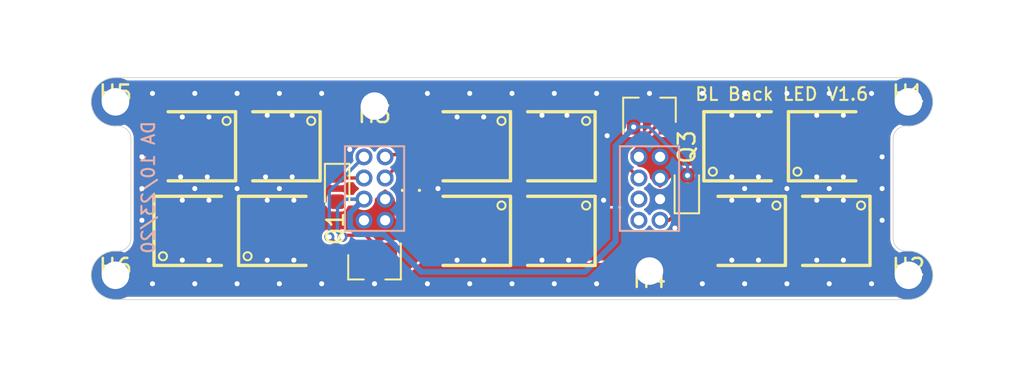
<source format=kicad_pcb>
(kicad_pcb (version 20171130) (host pcbnew "(5.1.4)-1")

  (general
    (thickness 1.6)
    (drawings 16)
    (tracks 160)
    (zones 0)
    (modules 33)
    (nets 26)
  )

  (page A4)
  (layers
    (0 F.Cu signal)
    (31 B.Cu signal)
    (32 B.Adhes user)
    (33 F.Adhes user)
    (34 B.Paste user)
    (35 F.Paste user)
    (36 B.SilkS user)
    (37 F.SilkS user)
    (38 B.Mask user)
    (39 F.Mask user)
    (40 Dwgs.User user)
    (41 Cmts.User user)
    (42 Eco1.User user)
    (43 Eco2.User user)
    (44 Edge.Cuts user)
    (45 Margin user)
    (46 B.CrtYd user)
    (47 F.CrtYd user)
    (48 B.Fab user)
    (49 F.Fab user)
  )

  (setup
    (last_trace_width 0.1524)
    (user_trace_width 0.2)
    (user_trace_width 0.35)
    (user_trace_width 0.5)
    (user_trace_width 0.7)
    (user_trace_width 1)
    (trace_clearance 0.1524)
    (zone_clearance 0.1524)
    (zone_45_only no)
    (trace_min 0.1524)
    (via_size 0.6)
    (via_drill 0.3)
    (via_min_size 0.6)
    (via_min_drill 0.3)
    (uvia_size 0.3)
    (uvia_drill 0.1)
    (uvias_allowed no)
    (uvia_min_size 0.2)
    (uvia_min_drill 0.1)
    (edge_width 0.05)
    (segment_width 0.2)
    (pcb_text_width 0.3)
    (pcb_text_size 1.5 1.5)
    (mod_edge_width 0.12)
    (mod_text_size 1 1)
    (mod_text_width 0.15)
    (pad_size 2.921 2.921)
    (pad_drill 1.651)
    (pad_to_mask_clearance 0.051)
    (solder_mask_min_width 0.25)
    (aux_axis_origin 0 0)
    (visible_elements 7FFFFFFF)
    (pcbplotparams
      (layerselection 0x010fc_ffffffff)
      (usegerberextensions false)
      (usegerberattributes false)
      (usegerberadvancedattributes false)
      (creategerberjobfile false)
      (excludeedgelayer true)
      (linewidth 0.100000)
      (plotframeref false)
      (viasonmask false)
      (mode 1)
      (useauxorigin false)
      (hpglpennumber 1)
      (hpglpenspeed 20)
      (hpglpendiameter 15.000000)
      (psnegative false)
      (psa4output false)
      (plotreference true)
      (plotvalue true)
      (plotinvisibletext false)
      (padsonsilk false)
      (subtractmaskfromsilk false)
      (outputformat 1)
      (mirror false)
      (drillshape 0)
      (scaleselection 1)
      (outputdirectory "SkateLightBackLEDBoard1.6_Gerb/"))
  )

  (net 0 "")
  (net 1 LightSense1)
  (net 2 LightSense2)
  (net 3 GND)
  (net 4 Temp1)
  (net 5 Temp2)
  (net 6 LED+)
  (net 7 LED_Sign_2)
  (net 8 LED_Sign_1)
  (net 9 LED-)
  (net 10 "Net-(D10-Pad1)")
  (net 11 "Net-(D10-Pad2)")
  (net 12 "Net-(J2-Pad8)")
  (net 13 "Net-(J2-Pad6)")
  (net 14 "Net-(D13-Pad1)")
  (net 15 "Net-(D14-Pad1)")
  (net 16 +5V)
  (net 17 "Net-(D1-Pad1)")
  (net 18 "Net-(D2-Pad1)")
  (net 19 "Net-(D3-Pad1)")
  (net 20 "Net-(D4-Pad1)")
  (net 21 "Net-(D5-Pad1)")
  (net 22 "Net-(D6-Pad1)")
  (net 23 "Net-(D7-Pad1)")
  (net 24 "Net-(D8-Pad1)")
  (net 25 "Net-(D11-Pad1)")

  (net_class Default "This is the default net class."
    (clearance 0.1524)
    (trace_width 0.1524)
    (via_dia 0.6)
    (via_drill 0.3)
    (uvia_dia 0.3)
    (uvia_drill 0.1)
    (add_net +5V)
    (add_net GND)
    (add_net LED+)
    (add_net LED-)
    (add_net LED_Sign_1)
    (add_net LED_Sign_2)
    (add_net LightSense1)
    (add_net LightSense2)
    (add_net "Net-(D1-Pad1)")
    (add_net "Net-(D10-Pad1)")
    (add_net "Net-(D10-Pad2)")
    (add_net "Net-(D11-Pad1)")
    (add_net "Net-(D13-Pad1)")
    (add_net "Net-(D14-Pad1)")
    (add_net "Net-(D2-Pad1)")
    (add_net "Net-(D3-Pad1)")
    (add_net "Net-(D4-Pad1)")
    (add_net "Net-(D5-Pad1)")
    (add_net "Net-(D6-Pad1)")
    (add_net "Net-(D7-Pad1)")
    (add_net "Net-(D8-Pad1)")
    (add_net "Net-(J2-Pad6)")
    (add_net "Net-(J2-Pad8)")
    (add_net Temp1)
    (add_net Temp2)
  )

  (module LolomoloKiCADLib:SST-10-DR-B90-G660 (layer F.Cu) (tedit 5F9345EC) (tstamp 5F07560C)
    (at -13.97 2.54)
    (descr XLamp)
    (tags LED)
    (path /5F2EF4CD)
    (attr smd)
    (fp_text reference D1 (at 0 0 180) (layer F.SilkS) hide
      (effects (font (size 1.27 1.27) (thickness 0.254)))
    )
    (fp_text value LED_PAD_REV (at 0 0 180) (layer F.SilkS) hide
      (effects (font (size 1.27 1.27) (thickness 0.254)))
    )
    (fp_circle (center -1.91 1.524) (end -1.71 1.664) (layer F.SilkS) (width 0.12))
    (fp_line (start -2.45 2.075) (end 1.6 2.075) (layer F.SilkS) (width 0.2))
    (fp_line (start -2.45 -2.075) (end -2.45 2.075) (layer F.SilkS) (width 0.2))
    (fp_line (start 1.6 -2.075) (end -2.45 -2.075) (layer F.SilkS) (width 0.2))
    (fp_line (start -1.675 -0.558) (end -0.558 -1.675) (layer Dwgs.User) (width 0.1))
    (fp_line (start -1.675 1.675) (end -1.675 -1.675) (layer Dwgs.User) (width 0.1))
    (fp_line (start 1.675 1.675) (end -1.675 1.675) (layer Dwgs.User) (width 0.1))
    (fp_line (start 1.675 -1.675) (end 1.675 1.675) (layer Dwgs.User) (width 0.1))
    (fp_line (start -1.675 -1.675) (end 1.675 -1.675) (layer Dwgs.User) (width 0.1))
    (fp_line (start -2.55 2.175) (end -2.55 -2.175) (layer Dwgs.User) (width 0.05))
    (fp_line (start 2.55 2.175) (end -2.55 2.175) (layer Dwgs.User) (width 0.05))
    (fp_line (start 2.55 -2.175) (end 2.55 2.175) (layer Dwgs.User) (width 0.05))
    (fp_line (start -2.55 -2.175) (end 2.55 -2.175) (layer Dwgs.User) (width 0.05))
    (pad 3 smd rect (at 0 0) (size 1 2.7) (layers F.Cu F.Paste F.Mask)
      (net 3 GND))
    (pad 2 smd rect (at 1.35 0) (size 0.5 2.7) (layers F.Cu F.Paste F.Mask)
      (net 9 LED-))
    (pad 1 smd rect (at -1.35 0) (size 0.5 2.7) (layers F.Cu F.Paste F.Mask)
      (net 17 "Net-(D1-Pad1)"))
  )

  (module LolomoloKiCADLib:SST-10-DR-B90-G660 (layer F.Cu) (tedit 5F9345EC) (tstamp 5F0756D4)
    (at 19.05 -2.54)
    (descr XLamp)
    (tags LED)
    (path /5F2F52C5)
    (attr smd)
    (fp_text reference D11 (at 0 0) (layer F.SilkS) hide
      (effects (font (size 1.27 1.27) (thickness 0.254)))
    )
    (fp_text value LED_PAD_REV (at 0 0) (layer F.SilkS) hide
      (effects (font (size 1.27 1.27) (thickness 0.254)))
    )
    (fp_circle (center -1.91 1.524) (end -1.71 1.664) (layer F.SilkS) (width 0.12))
    (fp_line (start -2.45 2.075) (end 1.6 2.075) (layer F.SilkS) (width 0.2))
    (fp_line (start -2.45 -2.075) (end -2.45 2.075) (layer F.SilkS) (width 0.2))
    (fp_line (start 1.6 -2.075) (end -2.45 -2.075) (layer F.SilkS) (width 0.2))
    (fp_line (start -1.675 -0.558) (end -0.558 -1.675) (layer Dwgs.User) (width 0.1))
    (fp_line (start -1.675 1.675) (end -1.675 -1.675) (layer Dwgs.User) (width 0.1))
    (fp_line (start 1.675 1.675) (end -1.675 1.675) (layer Dwgs.User) (width 0.1))
    (fp_line (start 1.675 -1.675) (end 1.675 1.675) (layer Dwgs.User) (width 0.1))
    (fp_line (start -1.675 -1.675) (end 1.675 -1.675) (layer Dwgs.User) (width 0.1))
    (fp_line (start -2.55 2.175) (end -2.55 -2.175) (layer Dwgs.User) (width 0.05))
    (fp_line (start 2.55 2.175) (end -2.55 2.175) (layer Dwgs.User) (width 0.05))
    (fp_line (start 2.55 -2.175) (end 2.55 2.175) (layer Dwgs.User) (width 0.05))
    (fp_line (start -2.55 -2.175) (end 2.55 -2.175) (layer Dwgs.User) (width 0.05))
    (pad 3 smd rect (at 0 0) (size 1 2.7) (layers F.Cu F.Paste F.Mask)
      (net 3 GND))
    (pad 2 smd rect (at 1.35 0) (size 0.5 2.7) (layers F.Cu F.Paste F.Mask)
      (net 10 "Net-(D10-Pad1)"))
    (pad 1 smd rect (at -1.35 0) (size 0.5 2.7) (layers F.Cu F.Paste F.Mask)
      (net 25 "Net-(D11-Pad1)"))
  )

  (module LolomoloKiCADLib:SST-10-DR-B90-G660 (layer F.Cu) (tedit 5F9345EC) (tstamp 5F075634)
    (at -19.05 -2.54 180)
    (descr XLamp)
    (tags LED)
    (path /5F2F21B7)
    (attr smd)
    (fp_text reference D3 (at 0 0 180) (layer F.SilkS) hide
      (effects (font (size 1.27 1.27) (thickness 0.254)))
    )
    (fp_text value LED_PAD_REV (at 0 0 180) (layer F.SilkS) hide
      (effects (font (size 1.27 1.27) (thickness 0.254)))
    )
    (fp_circle (center -1.91 1.524) (end -1.71 1.664) (layer F.SilkS) (width 0.12))
    (fp_line (start -2.45 2.075) (end 1.6 2.075) (layer F.SilkS) (width 0.2))
    (fp_line (start -2.45 -2.075) (end -2.45 2.075) (layer F.SilkS) (width 0.2))
    (fp_line (start 1.6 -2.075) (end -2.45 -2.075) (layer F.SilkS) (width 0.2))
    (fp_line (start -1.675 -0.558) (end -0.558 -1.675) (layer Dwgs.User) (width 0.1))
    (fp_line (start -1.675 1.675) (end -1.675 -1.675) (layer Dwgs.User) (width 0.1))
    (fp_line (start 1.675 1.675) (end -1.675 1.675) (layer Dwgs.User) (width 0.1))
    (fp_line (start 1.675 -1.675) (end 1.675 1.675) (layer Dwgs.User) (width 0.1))
    (fp_line (start -1.675 -1.675) (end 1.675 -1.675) (layer Dwgs.User) (width 0.1))
    (fp_line (start -2.55 2.175) (end -2.55 -2.175) (layer Dwgs.User) (width 0.05))
    (fp_line (start 2.55 2.175) (end -2.55 2.175) (layer Dwgs.User) (width 0.05))
    (fp_line (start 2.55 -2.175) (end 2.55 2.175) (layer Dwgs.User) (width 0.05))
    (fp_line (start -2.55 -2.175) (end 2.55 -2.175) (layer Dwgs.User) (width 0.05))
    (pad 3 smd rect (at 0 0 180) (size 1 2.7) (layers F.Cu F.Paste F.Mask)
      (net 3 GND))
    (pad 2 smd rect (at 1.35 0 180) (size 0.5 2.7) (layers F.Cu F.Paste F.Mask)
      (net 18 "Net-(D2-Pad1)"))
    (pad 1 smd rect (at -1.35 0 180) (size 0.5 2.7) (layers F.Cu F.Paste F.Mask)
      (net 19 "Net-(D3-Pad1)"))
  )

  (module Resistor_SMD:R_0402_1005Metric (layer F.Cu) (tedit 5B301BBD) (tstamp 5E013AAA)
    (at 10.541 2.54 270)
    (descr "Resistor SMD 0402 (1005 Metric), square (rectangular) end terminal, IPC_7351 nominal, (Body size source: http://www.tortai-tech.com/upload/download/2011102023233369053.pdf), generated with kicad-footprint-generator")
    (tags resistor)
    (path /5DE8D404)
    (attr smd)
    (fp_text reference R2 (at -0.26416 1.3081 90) (layer F.SilkS) hide
      (effects (font (size 1 1) (thickness 0.15)))
    )
    (fp_text value "100k 1%" (at 0 1.17 90) (layer F.Fab)
      (effects (font (size 1 1) (thickness 0.15)))
    )
    (fp_text user %R (at 0 0 90) (layer F.Fab)
      (effects (font (size 0.25 0.25) (thickness 0.04)))
    )
    (fp_line (start 0.93 0.47) (end -0.93 0.47) (layer F.CrtYd) (width 0.05))
    (fp_line (start 0.93 -0.47) (end 0.93 0.47) (layer F.CrtYd) (width 0.05))
    (fp_line (start -0.93 -0.47) (end 0.93 -0.47) (layer F.CrtYd) (width 0.05))
    (fp_line (start -0.93 0.47) (end -0.93 -0.47) (layer F.CrtYd) (width 0.05))
    (fp_line (start 0.5 0.25) (end -0.5 0.25) (layer F.Fab) (width 0.1))
    (fp_line (start 0.5 -0.25) (end 0.5 0.25) (layer F.Fab) (width 0.1))
    (fp_line (start -0.5 -0.25) (end 0.5 -0.25) (layer F.Fab) (width 0.1))
    (fp_line (start -0.5 0.25) (end -0.5 -0.25) (layer F.Fab) (width 0.1))
    (pad 2 smd roundrect (at 0.485 0 270) (size 0.59 0.64) (layers F.Cu F.Paste F.Mask) (roundrect_rratio 0.25)
      (net 3 GND))
    (pad 1 smd roundrect (at -0.485 0 270) (size 0.59 0.64) (layers F.Cu F.Paste F.Mask) (roundrect_rratio 0.25)
      (net 2 LightSense2))
    (model ${KISYS3DMOD}/Resistor_SMD.3dshapes/R_0402_1005Metric.wrl
      (at (xyz 0 0 0))
      (scale (xyz 1 1 1))
      (rotate (xyz 0 0 0))
    )
  )

  (module Package_TO_SOT_SMD:SOT-23 (layer F.Cu) (tedit 5A02FF57) (tstamp 5E006F93)
    (at 8.255 -4.699 90)
    (descr "SOT-23, Standard")
    (tags SOT-23)
    (path /5DCE44AB)
    (attr smd)
    (fp_text reference U2 (at -0.924966 2.361807 90) (layer F.SilkS) hide
      (effects (font (size 1 1) (thickness 0.15)))
    )
    (fp_text value MCP9700AT-E_TT (at 0 2.5 90) (layer F.Fab)
      (effects (font (size 1 1) (thickness 0.15)))
    )
    (fp_line (start 0.76 1.58) (end -0.7 1.58) (layer F.SilkS) (width 0.12))
    (fp_line (start 0.76 -1.58) (end -1.4 -1.58) (layer F.SilkS) (width 0.12))
    (fp_line (start -1.7 1.75) (end -1.7 -1.75) (layer F.CrtYd) (width 0.05))
    (fp_line (start 1.7 1.75) (end -1.7 1.75) (layer F.CrtYd) (width 0.05))
    (fp_line (start 1.7 -1.75) (end 1.7 1.75) (layer F.CrtYd) (width 0.05))
    (fp_line (start -1.7 -1.75) (end 1.7 -1.75) (layer F.CrtYd) (width 0.05))
    (fp_line (start 0.76 -1.58) (end 0.76 -0.65) (layer F.SilkS) (width 0.12))
    (fp_line (start 0.76 1.58) (end 0.76 0.65) (layer F.SilkS) (width 0.12))
    (fp_line (start -0.7 1.52) (end 0.7 1.52) (layer F.Fab) (width 0.1))
    (fp_line (start 0.7 -1.52) (end 0.7 1.52) (layer F.Fab) (width 0.1))
    (fp_line (start -0.7 -0.95) (end -0.15 -1.52) (layer F.Fab) (width 0.1))
    (fp_line (start -0.15 -1.52) (end 0.7 -1.52) (layer F.Fab) (width 0.1))
    (fp_line (start -0.7 -0.95) (end -0.7 1.5) (layer F.Fab) (width 0.1))
    (fp_text user %R (at 0 0) (layer F.Fab)
      (effects (font (size 0.5 0.5) (thickness 0.075)))
    )
    (pad 3 smd rect (at 1 0 90) (size 0.9 0.8) (layers F.Cu F.Paste F.Mask)
      (net 3 GND))
    (pad 2 smd rect (at -1 0.95 90) (size 0.9 0.8) (layers F.Cu F.Paste F.Mask)
      (net 5 Temp2))
    (pad 1 smd rect (at -1 -0.95 90) (size 0.9 0.8) (layers F.Cu F.Paste F.Mask)
      (net 16 +5V))
    (model ${KISYS3DMOD}/Package_TO_SOT_SMD.3dshapes/SOT-23.wrl
      (at (xyz 0 0 0))
      (scale (xyz 1 1 1))
      (rotate (xyz 0 0 0))
    )
  )

  (module LolomoloKiCADLib:Conn_2x4_0.05in (layer B.Cu) (tedit 5DB23ACC) (tstamp 5DB330C1)
    (at 8.89 -1.905 180)
    (path /5DE8A9BC)
    (fp_text reference J2 (at 0.6604 1.524 180) (layer B.SilkS) hide
      (effects (font (size 1 1) (thickness 0.15)) (justify mirror))
    )
    (fp_text value Conn_02x04_Odd_Even (at 0 0.5 180) (layer B.Fab) hide
      (effects (font (size 1 1) (thickness 0.15)) (justify mirror))
    )
    (fp_line (start -1.143 -4.445) (end -1.143 0.635) (layer B.SilkS) (width 0.12))
    (fp_line (start 2.413 -4.445) (end -1.143 -4.445) (layer B.SilkS) (width 0.12))
    (fp_line (start 2.413 0.635) (end 2.413 -4.445) (layer B.SilkS) (width 0.12))
    (fp_line (start -1.143 0.635) (end 2.413 0.635) (layer B.SilkS) (width 0.12))
    (pad 8 thru_hole circle (at 1.27 -3.81 180) (size 1.016 1.016) (drill 0.6096) (layers *.Cu *.Mask)
      (net 12 "Net-(J2-Pad8)"))
    (pad 7 thru_hole circle (at 0 -3.81 180) (size 1.016 1.016) (drill 0.6096) (layers *.Cu *.Mask)
      (net 2 LightSense2))
    (pad 6 thru_hole circle (at 1.27 -2.54 180) (size 1.016 1.016) (drill 0.6096) (layers *.Cu *.Mask)
      (net 13 "Net-(J2-Pad6)"))
    (pad 5 thru_hole circle (at 0 -2.54 180) (size 1.016 1.016) (drill 0.6096) (layers *.Cu *.Mask)
      (net 3 GND))
    (pad 4 thru_hole circle (at 1.27 -1.27 180) (size 1.016 1.016) (drill 0.6096) (layers *.Cu *.Mask)
      (net 5 Temp2))
    (pad 3 thru_hole circle (at 0 -1.27 180) (size 1.016 1.016) (drill 0.6096) (layers *.Cu *.Mask)
      (net 6 LED+))
    (pad 2 thru_hole circle (at 1.27 0 180) (size 1.016 1.016) (drill 0.6096) (layers *.Cu *.Mask)
      (net 6 LED+))
    (pad 1 thru_hole circle (at 0 0 180) (size 1.016 1.016) (drill 0.6096) (layers *.Cu *.Mask)
      (net 6 LED+))
  )

  (module LolomoloKiCADLib:MH_0-80_Screw_Grounded (layer F.Cu) (tedit 5DB23F78) (tstamp 5DB3D970)
    (at 8.255 4.953)
    (path /5DB3FDBA)
    (fp_text reference H4 (at 0 0.5) (layer F.SilkS)
      (effects (font (size 1 1) (thickness 0.15)))
    )
    (fp_text value MountingHole_Pad (at 0 -0.5) (layer F.Fab)
      (effects (font (size 1 1) (thickness 0.15)))
    )
    (pad 1 thru_hole circle (at 0 0) (size 2.921 2.921) (drill 1.651) (layers *.Cu *.Mask)
      (net 3 GND))
  )

  (module LolomoloKiCADLib:MH_0-80_Screw_Grounded (layer F.Cu) (tedit 5DB23F78) (tstamp 5DB3D961)
    (at -8.255 -4.953)
    (path /5DB3FD93)
    (fp_text reference H3 (at 0 0.5) (layer F.SilkS)
      (effects (font (size 1 1) (thickness 0.15)))
    )
    (fp_text value MountingHole_Pad (at 0 -0.5) (layer F.Fab)
      (effects (font (size 1 1) (thickness 0.15)))
    )
    (pad 1 thru_hole circle (at 0 0) (size 2.921 2.921) (drill 1.651) (layers *.Cu *.Mask)
      (net 3 GND))
  )

  (module LolomoloKiCADLib:Conn_2x4_0.05in (layer B.Cu) (tedit 5DB23ACC) (tstamp 5DB3376C)
    (at -7.62 -1.905 180)
    (path /5DE89DA5)
    (fp_text reference J1 (at 0.6604 1.524) (layer B.SilkS) hide
      (effects (font (size 1 1) (thickness 0.15)) (justify mirror))
    )
    (fp_text value Conn_02x04_Odd_Even (at 0 0.5) (layer B.Fab)
      (effects (font (size 1 1) (thickness 0.15)) (justify mirror))
    )
    (fp_line (start -1.143 -4.445) (end -1.143 0.635) (layer B.SilkS) (width 0.12))
    (fp_line (start 2.413 -4.445) (end -1.143 -4.445) (layer B.SilkS) (width 0.12))
    (fp_line (start 2.413 0.635) (end 2.413 -4.445) (layer B.SilkS) (width 0.12))
    (fp_line (start -1.143 0.635) (end 2.413 0.635) (layer B.SilkS) (width 0.12))
    (pad 8 thru_hole circle (at 1.27 -3.81 180) (size 1.016 1.016) (drill 0.6096) (layers *.Cu *.Mask)
      (net 9 LED-))
    (pad 7 thru_hole circle (at 0 -3.81 180) (size 1.016 1.016) (drill 0.6096) (layers *.Cu *.Mask)
      (net 9 LED-))
    (pad 6 thru_hole circle (at 1.27 -2.54 180) (size 1.016 1.016) (drill 0.6096) (layers *.Cu *.Mask)
      (net 16 +5V))
    (pad 5 thru_hole circle (at 0 -2.54 180) (size 1.016 1.016) (drill 0.6096) (layers *.Cu *.Mask)
      (net 9 LED-))
    (pad 4 thru_hole circle (at 1.27 -1.27 180) (size 1.016 1.016) (drill 0.6096) (layers *.Cu *.Mask)
      (net 1 LightSense1))
    (pad 3 thru_hole circle (at 0 -1.27 180) (size 1.016 1.016) (drill 0.6096) (layers *.Cu *.Mask)
      (net 7 LED_Sign_2))
    (pad 2 thru_hole circle (at 1.27 0 180) (size 1.016 1.016) (drill 0.6096) (layers *.Cu *.Mask)
      (net 4 Temp1))
    (pad 1 thru_hole circle (at 0 0 180) (size 1.016 1.016) (drill 0.6096) (layers *.Cu *.Mask)
      (net 8 LED_Sign_1))
  )

  (module LolomoloKiCADLib:MH_0-80_Screw_Grounded (layer F.Cu) (tedit 5DB23F78) (tstamp 5DB33092)
    (at 23.8125 -5.207 180)
    (path /5DEAD1D5)
    (fp_text reference H1 (at 0 0.5) (layer F.SilkS)
      (effects (font (size 1 1) (thickness 0.15)))
    )
    (fp_text value MountingHole_Pad (at 0 -0.5) (layer F.Fab)
      (effects (font (size 1 1) (thickness 0.15)))
    )
    (pad 1 thru_hole circle (at 0 0 180) (size 2.921 2.921) (drill 1.651) (layers *.Cu *.Mask)
      (net 3 GND))
  )

  (module LolomoloKiCADLib:MH_0-80_Screw_Grounded (layer F.Cu) (tedit 5DB23F78) (tstamp 5DB33097)
    (at 23.8125 5.207 180)
    (path /5DEB2AF6)
    (fp_text reference H2 (at 0 0.5) (layer F.SilkS)
      (effects (font (size 1 1) (thickness 0.15)))
    )
    (fp_text value MountingHole_Pad (at 0 -0.5) (layer F.Fab)
      (effects (font (size 1 1) (thickness 0.15)))
    )
    (pad 1 thru_hole circle (at 0 0 180) (size 2.921 2.921) (drill 1.651) (layers *.Cu *.Mask)
      (net 3 GND))
  )

  (module LolomoloKiCADLib:MH_0-80_Screw_Grounded (layer F.Cu) (tedit 5DB23F78) (tstamp 5DB3309C)
    (at -23.8125 -5.207 180)
    (path /5DEB13FB)
    (fp_text reference H5 (at 0 0.5) (layer F.SilkS)
      (effects (font (size 1 1) (thickness 0.15)))
    )
    (fp_text value MountingHole_Pad (at 0 -0.5) (layer F.Fab)
      (effects (font (size 1 1) (thickness 0.15)))
    )
    (pad 1 thru_hole circle (at 0 0 180) (size 2.921 2.921) (drill 1.651) (layers *.Cu *.Mask)
      (net 3 GND))
  )

  (module LolomoloKiCADLib:MH_0-80_Screw_Grounded (layer F.Cu) (tedit 5DB23F78) (tstamp 5DB330A1)
    (at -23.8125 5.207 180)
    (path /5DEB431C)
    (fp_text reference H6 (at 0 0.5) (layer F.SilkS)
      (effects (font (size 1 1) (thickness 0.15)))
    )
    (fp_text value MountingHole_Pad (at 0 -0.5) (layer F.Fab)
      (effects (font (size 1 1) (thickness 0.15)))
    )
    (pad 1 thru_hole circle (at 0 0 180) (size 2.921 2.921) (drill 1.651) (layers *.Cu *.Mask)
      (net 3 GND))
  )

  (module Package_TO_SOT_SMD:SOT-23 (layer F.Cu) (tedit 5A02FF57) (tstamp 5DCE7B2B)
    (at -8.255 4.699 270)
    (descr "SOT-23, Standard")
    (tags SOT-23)
    (path /5DCE3E90)
    (attr smd)
    (fp_text reference U1 (at 0 -2.5 90) (layer F.SilkS) hide
      (effects (font (size 1 1) (thickness 0.15)))
    )
    (fp_text value MCP9700AT-E_TT (at 0 2.5 90) (layer F.Fab)
      (effects (font (size 1 1) (thickness 0.15)))
    )
    (fp_line (start 0.76 1.58) (end -0.7 1.58) (layer F.SilkS) (width 0.12))
    (fp_line (start 0.76 -1.58) (end -1.4 -1.58) (layer F.SilkS) (width 0.12))
    (fp_line (start -1.7 1.75) (end -1.7 -1.75) (layer F.CrtYd) (width 0.05))
    (fp_line (start 1.7 1.75) (end -1.7 1.75) (layer F.CrtYd) (width 0.05))
    (fp_line (start 1.7 -1.75) (end 1.7 1.75) (layer F.CrtYd) (width 0.05))
    (fp_line (start -1.7 -1.75) (end 1.7 -1.75) (layer F.CrtYd) (width 0.05))
    (fp_line (start 0.76 -1.58) (end 0.76 -0.65) (layer F.SilkS) (width 0.12))
    (fp_line (start 0.76 1.58) (end 0.76 0.65) (layer F.SilkS) (width 0.12))
    (fp_line (start -0.7 1.52) (end 0.7 1.52) (layer F.Fab) (width 0.1))
    (fp_line (start 0.7 -1.52) (end 0.7 1.52) (layer F.Fab) (width 0.1))
    (fp_line (start -0.7 -0.95) (end -0.15 -1.52) (layer F.Fab) (width 0.1))
    (fp_line (start -0.15 -1.52) (end 0.7 -1.52) (layer F.Fab) (width 0.1))
    (fp_line (start -0.7 -0.95) (end -0.7 1.5) (layer F.Fab) (width 0.1))
    (fp_text user %R (at 0 0) (layer F.Fab)
      (effects (font (size 0.5 0.5) (thickness 0.075)))
    )
    (pad 3 smd rect (at 1 0 270) (size 0.9 0.8) (layers F.Cu F.Paste F.Mask)
      (net 3 GND))
    (pad 2 smd rect (at -1 0.95 270) (size 0.9 0.8) (layers F.Cu F.Paste F.Mask)
      (net 4 Temp1))
    (pad 1 smd rect (at -1 -0.95 270) (size 0.9 0.8) (layers F.Cu F.Paste F.Mask)
      (net 16 +5V))
    (model ${KISYS3DMOD}/Package_TO_SOT_SMD.3dshapes/SOT-23.wrl
      (at (xyz 0 0 0))
      (scale (xyz 1 1 1))
      (rotate (xyz 0 0 0))
    )
  )

  (module Diode_SMD:D_0402_1005Metric (layer F.Cu) (tedit 5B301BBE) (tstamp 5E013A51)
    (at -5.56066 -0.98356 90)
    (descr "Diode SMD 0402 (1005 Metric), square (rectangular) end terminal, IPC_7351 nominal, (Body size source: http://www.tortai-tech.com/upload/download/2011102023233369053.pdf), generated with kicad-footprint-generator")
    (tags diode)
    (path /5E06AE24)
    (attr smd)
    (fp_text reference D13 (at 1.74752 -0.39116 90) (layer F.SilkS) hide
      (effects (font (size 1 1) (thickness 0.15)))
    )
    (fp_text value LEDR (at 0 1.17 90) (layer F.Fab)
      (effects (font (size 1 1) (thickness 0.15)))
    )
    (fp_text user %R (at 0 0 90) (layer F.Fab)
      (effects (font (size 0.25 0.25) (thickness 0.04)))
    )
    (fp_line (start 0.93 0.47) (end -0.93 0.47) (layer F.CrtYd) (width 0.05))
    (fp_line (start 0.93 -0.47) (end 0.93 0.47) (layer F.CrtYd) (width 0.05))
    (fp_line (start -0.93 -0.47) (end 0.93 -0.47) (layer F.CrtYd) (width 0.05))
    (fp_line (start -0.93 0.47) (end -0.93 -0.47) (layer F.CrtYd) (width 0.05))
    (fp_line (start -0.3 0.25) (end -0.3 -0.25) (layer F.Fab) (width 0.1))
    (fp_line (start -0.4 0.25) (end -0.4 -0.25) (layer F.Fab) (width 0.1))
    (fp_line (start 0.5 0.25) (end -0.5 0.25) (layer F.Fab) (width 0.1))
    (fp_line (start 0.5 -0.25) (end 0.5 0.25) (layer F.Fab) (width 0.1))
    (fp_line (start -0.5 -0.25) (end 0.5 -0.25) (layer F.Fab) (width 0.1))
    (fp_line (start -0.5 0.25) (end -0.5 -0.25) (layer F.Fab) (width 0.1))
    (fp_circle (center -1.09 0) (end -1.04 0) (layer F.SilkS) (width 0.1))
    (pad 2 smd roundrect (at 0.485 0 90) (size 0.59 0.64) (layers F.Cu F.Paste F.Mask) (roundrect_rratio 0.25)
      (net 8 LED_Sign_1))
    (pad 1 smd roundrect (at -0.485 0 90) (size 0.59 0.64) (layers F.Cu F.Paste F.Mask) (roundrect_rratio 0.25)
      (net 14 "Net-(D13-Pad1)"))
    (model ${KISYS3DMOD}/Diode_SMD.3dshapes/D_0402_1005Metric.wrl
      (at (xyz 0 0 0))
      (scale (xyz 1 1 1))
      (rotate (xyz 0 0 0))
    )
  )

  (module Diode_SMD:D_0402_1005Metric (layer F.Cu) (tedit 5B301BBE) (tstamp 5EE1164F)
    (at -6.57666 -0.98356 90)
    (descr "Diode SMD 0402 (1005 Metric), square (rectangular) end terminal, IPC_7351 nominal, (Body size source: http://www.tortai-tech.com/upload/download/2011102023233369053.pdf), generated with kicad-footprint-generator")
    (tags diode)
    (path /5E070808)
    (attr smd)
    (fp_text reference D14 (at 1.84658 0.12954 90) (layer F.SilkS) hide
      (effects (font (size 1 1) (thickness 0.15)))
    )
    (fp_text value LEDG (at 0 1.17 90) (layer F.Fab)
      (effects (font (size 1 1) (thickness 0.15)))
    )
    (fp_text user %R (at 0 0 90) (layer F.Fab)
      (effects (font (size 0.25 0.25) (thickness 0.04)))
    )
    (fp_line (start 0.93 0.47) (end -0.93 0.47) (layer F.CrtYd) (width 0.05))
    (fp_line (start 0.93 -0.47) (end 0.93 0.47) (layer F.CrtYd) (width 0.05))
    (fp_line (start -0.93 -0.47) (end 0.93 -0.47) (layer F.CrtYd) (width 0.05))
    (fp_line (start -0.93 0.47) (end -0.93 -0.47) (layer F.CrtYd) (width 0.05))
    (fp_line (start -0.3 0.25) (end -0.3 -0.25) (layer F.Fab) (width 0.1))
    (fp_line (start -0.4 0.25) (end -0.4 -0.25) (layer F.Fab) (width 0.1))
    (fp_line (start 0.5 0.25) (end -0.5 0.25) (layer F.Fab) (width 0.1))
    (fp_line (start 0.5 -0.25) (end 0.5 0.25) (layer F.Fab) (width 0.1))
    (fp_line (start -0.5 -0.25) (end 0.5 -0.25) (layer F.Fab) (width 0.1))
    (fp_line (start -0.5 0.25) (end -0.5 -0.25) (layer F.Fab) (width 0.1))
    (fp_circle (center -1.09 0) (end -1.04 0) (layer F.SilkS) (width 0.1))
    (pad 2 smd roundrect (at 0.485 0 90) (size 0.59 0.64) (layers F.Cu F.Paste F.Mask) (roundrect_rratio 0.25)
      (net 7 LED_Sign_2))
    (pad 1 smd roundrect (at -0.485 0 90) (size 0.59 0.64) (layers F.Cu F.Paste F.Mask) (roundrect_rratio 0.25)
      (net 15 "Net-(D14-Pad1)"))
    (model ${KISYS3DMOD}/Diode_SMD.3dshapes/D_0402_1005Metric.wrl
      (at (xyz 0 0 0))
      (scale (xyz 1 1 1))
      (rotate (xyz 0 0 0))
    )
  )

  (module Resistor_SMD:R_0402_1005Metric (layer F.Cu) (tedit 5B301BBD) (tstamp 5E013A9C)
    (at -10.541 -2.54 90)
    (descr "Resistor SMD 0402 (1005 Metric), square (rectangular) end terminal, IPC_7351 nominal, (Body size source: http://www.tortai-tech.com/upload/download/2011102023233369053.pdf), generated with kicad-footprint-generator")
    (tags resistor)
    (path /5DE8211B)
    (attr smd)
    (fp_text reference R1 (at 0 -1.17 90) (layer F.SilkS) hide
      (effects (font (size 1 1) (thickness 0.15)))
    )
    (fp_text value "100k 1%" (at 0 1.17 90) (layer F.Fab)
      (effects (font (size 1 1) (thickness 0.15)))
    )
    (fp_text user %R (at 0 0 90) (layer F.Fab)
      (effects (font (size 0.25 0.25) (thickness 0.04)))
    )
    (fp_line (start 0.93 0.47) (end -0.93 0.47) (layer F.CrtYd) (width 0.05))
    (fp_line (start 0.93 -0.47) (end 0.93 0.47) (layer F.CrtYd) (width 0.05))
    (fp_line (start -0.93 -0.47) (end 0.93 -0.47) (layer F.CrtYd) (width 0.05))
    (fp_line (start -0.93 0.47) (end -0.93 -0.47) (layer F.CrtYd) (width 0.05))
    (fp_line (start 0.5 0.25) (end -0.5 0.25) (layer F.Fab) (width 0.1))
    (fp_line (start 0.5 -0.25) (end 0.5 0.25) (layer F.Fab) (width 0.1))
    (fp_line (start -0.5 -0.25) (end 0.5 -0.25) (layer F.Fab) (width 0.1))
    (fp_line (start -0.5 0.25) (end -0.5 -0.25) (layer F.Fab) (width 0.1))
    (pad 2 smd roundrect (at 0.485 0 90) (size 0.59 0.64) (layers F.Cu F.Paste F.Mask) (roundrect_rratio 0.25)
      (net 3 GND))
    (pad 1 smd roundrect (at -0.485 0 90) (size 0.59 0.64) (layers F.Cu F.Paste F.Mask) (roundrect_rratio 0.25)
      (net 1 LightSense1))
    (model ${KISYS3DMOD}/Resistor_SMD.3dshapes/R_0402_1005Metric.wrl
      (at (xyz 0 0 0))
      (scale (xyz 1 1 1))
      (rotate (xyz 0 0 0))
    )
  )

  (module Resistor_SMD:R_0402_1005Metric (layer F.Cu) (tedit 5B301BBD) (tstamp 5EE112BB)
    (at -5.56066 0.98494 270)
    (descr "Resistor SMD 0402 (1005 Metric), square (rectangular) end terminal, IPC_7351 nominal, (Body size source: http://www.tortai-tech.com/upload/download/2011102023233369053.pdf), generated with kicad-footprint-generator")
    (tags resistor)
    (path /5E06AB3A)
    (attr smd)
    (fp_text reference R3 (at 2.4638 -1.01854 90) (layer F.SilkS) hide
      (effects (font (size 1 1) (thickness 0.15)))
    )
    (fp_text value "2k7 5%" (at 0 1.17 90) (layer F.Fab)
      (effects (font (size 1 1) (thickness 0.15)))
    )
    (fp_text user %R (at 0 0 90) (layer F.Fab)
      (effects (font (size 0.25 0.25) (thickness 0.04)))
    )
    (fp_line (start 0.93 0.47) (end -0.93 0.47) (layer F.CrtYd) (width 0.05))
    (fp_line (start 0.93 -0.47) (end 0.93 0.47) (layer F.CrtYd) (width 0.05))
    (fp_line (start -0.93 -0.47) (end 0.93 -0.47) (layer F.CrtYd) (width 0.05))
    (fp_line (start -0.93 0.47) (end -0.93 -0.47) (layer F.CrtYd) (width 0.05))
    (fp_line (start 0.5 0.25) (end -0.5 0.25) (layer F.Fab) (width 0.1))
    (fp_line (start 0.5 -0.25) (end 0.5 0.25) (layer F.Fab) (width 0.1))
    (fp_line (start -0.5 -0.25) (end 0.5 -0.25) (layer F.Fab) (width 0.1))
    (fp_line (start -0.5 0.25) (end -0.5 -0.25) (layer F.Fab) (width 0.1))
    (pad 2 smd roundrect (at 0.485 0 270) (size 0.59 0.64) (layers F.Cu F.Paste F.Mask) (roundrect_rratio 0.25)
      (net 3 GND))
    (pad 1 smd roundrect (at -0.485 0 270) (size 0.59 0.64) (layers F.Cu F.Paste F.Mask) (roundrect_rratio 0.25)
      (net 14 "Net-(D13-Pad1)"))
    (model ${KISYS3DMOD}/Resistor_SMD.3dshapes/R_0402_1005Metric.wrl
      (at (xyz 0 0 0))
      (scale (xyz 1 1 1))
      (rotate (xyz 0 0 0))
    )
  )

  (module Resistor_SMD:R_0402_1005Metric (layer F.Cu) (tedit 5B301BBD) (tstamp 5E013AE4)
    (at -6.57666 0.98494 270)
    (descr "Resistor SMD 0402 (1005 Metric), square (rectangular) end terminal, IPC_7351 nominal, (Body size source: http://www.tortai-tech.com/upload/download/2011102023233369053.pdf), generated with kicad-footprint-generator")
    (tags resistor)
    (path /5E070802)
    (attr smd)
    (fp_text reference R4 (at 1.89484 -0.77216 90) (layer F.SilkS) hide
      (effects (font (size 1 1) (thickness 0.15)))
    )
    (fp_text value "2k7 5%" (at 0 1.17 90) (layer F.Fab)
      (effects (font (size 1 1) (thickness 0.15)))
    )
    (fp_text user %R (at 0 0 90) (layer F.Fab)
      (effects (font (size 0.25 0.25) (thickness 0.04)))
    )
    (fp_line (start 0.93 0.47) (end -0.93 0.47) (layer F.CrtYd) (width 0.05))
    (fp_line (start 0.93 -0.47) (end 0.93 0.47) (layer F.CrtYd) (width 0.05))
    (fp_line (start -0.93 -0.47) (end 0.93 -0.47) (layer F.CrtYd) (width 0.05))
    (fp_line (start -0.93 0.47) (end -0.93 -0.47) (layer F.CrtYd) (width 0.05))
    (fp_line (start 0.5 0.25) (end -0.5 0.25) (layer F.Fab) (width 0.1))
    (fp_line (start 0.5 -0.25) (end 0.5 0.25) (layer F.Fab) (width 0.1))
    (fp_line (start -0.5 -0.25) (end 0.5 -0.25) (layer F.Fab) (width 0.1))
    (fp_line (start -0.5 0.25) (end -0.5 -0.25) (layer F.Fab) (width 0.1))
    (pad 2 smd roundrect (at 0.485 0 270) (size 0.59 0.64) (layers F.Cu F.Paste F.Mask) (roundrect_rratio 0.25)
      (net 3 GND))
    (pad 1 smd roundrect (at -0.485 0 270) (size 0.59 0.64) (layers F.Cu F.Paste F.Mask) (roundrect_rratio 0.25)
      (net 15 "Net-(D14-Pad1)"))
    (model ${KISYS3DMOD}/Resistor_SMD.3dshapes/R_0402_1005Metric.wrl
      (at (xyz 0 0 0))
      (scale (xyz 1 1 1))
      (rotate (xyz 0 0 0))
    )
  )

  (module LolomoloKiCADLib:BomLightBackLEDHeatsink (layer B.Cu) (tedit 5EE06AF0) (tstamp 5EE12D75)
    (at -16.51 0)
    (path /5EE8BEEE)
    (fp_text reference HS1 (at 0 -0.5) (layer B.SilkS) hide
      (effects (font (size 1 1) (thickness 0.15)) (justify mirror))
    )
    (fp_text value Heatsink_Pad (at 0 0.5) (layer B.Fab)
      (effects (font (size 1 1) (thickness 0.15)) (justify mirror))
    )
    (pad 1 smd roundrect (at 0 0) (size 9.398 8.636) (layers B.Cu B.Paste B.Mask) (roundrect_rratio 0.1)
      (net 3 GND))
  )

  (module LolomoloKiCADLib:BomLightBackLEDHeatsink (layer B.Cu) (tedit 5EE06AF0) (tstamp 5EE12D7A)
    (at 0 0)
    (path /5EE8C581)
    (fp_text reference HS2 (at 0 -0.5) (layer B.SilkS) hide
      (effects (font (size 1 1) (thickness 0.15)) (justify mirror))
    )
    (fp_text value Heatsink_Pad (at 0 0.5) (layer B.Fab)
      (effects (font (size 1 1) (thickness 0.15)) (justify mirror))
    )
    (pad 1 smd roundrect (at 0 0) (size 9.398 8.636) (layers B.Cu B.Paste B.Mask) (roundrect_rratio 0.1)
      (net 3 GND))
  )

  (module LolomoloKiCADLib:BomLightBackLEDHeatsink (layer B.Cu) (tedit 5EE06AF0) (tstamp 5EE12D7F)
    (at 16.51 0)
    (path /5EE8C847)
    (fp_text reference HS3 (at 0 -0.5) (layer B.SilkS) hide
      (effects (font (size 1 1) (thickness 0.15)) (justify mirror))
    )
    (fp_text value Heatsink_Pad (at 0 0.5) (layer B.Fab)
      (effects (font (size 1 1) (thickness 0.15)) (justify mirror))
    )
    (pad 1 smd roundrect (at 0 0) (size 9.398 8.636) (layers B.Cu B.Paste B.Mask) (roundrect_rratio 0.1)
      (net 3 GND))
  )

  (module LolomoloKiCADLib:SST-10-DR-B90-G660 (layer F.Cu) (tedit 5F9345EC) (tstamp 5F075620)
    (at -19.05 2.54)
    (descr XLamp)
    (tags LED)
    (path /5F2F0B4D)
    (attr smd)
    (fp_text reference D2 (at 0 0 180) (layer F.SilkS) hide
      (effects (font (size 1.27 1.27) (thickness 0.254)))
    )
    (fp_text value LED_PAD_REV (at 0 0 180) (layer F.SilkS) hide
      (effects (font (size 1.27 1.27) (thickness 0.254)))
    )
    (fp_circle (center -1.91 1.524) (end -1.71 1.664) (layer F.SilkS) (width 0.12))
    (fp_line (start -2.45 2.075) (end 1.6 2.075) (layer F.SilkS) (width 0.2))
    (fp_line (start -2.45 -2.075) (end -2.45 2.075) (layer F.SilkS) (width 0.2))
    (fp_line (start 1.6 -2.075) (end -2.45 -2.075) (layer F.SilkS) (width 0.2))
    (fp_line (start -1.675 -0.558) (end -0.558 -1.675) (layer Dwgs.User) (width 0.1))
    (fp_line (start -1.675 1.675) (end -1.675 -1.675) (layer Dwgs.User) (width 0.1))
    (fp_line (start 1.675 1.675) (end -1.675 1.675) (layer Dwgs.User) (width 0.1))
    (fp_line (start 1.675 -1.675) (end 1.675 1.675) (layer Dwgs.User) (width 0.1))
    (fp_line (start -1.675 -1.675) (end 1.675 -1.675) (layer Dwgs.User) (width 0.1))
    (fp_line (start -2.55 2.175) (end -2.55 -2.175) (layer Dwgs.User) (width 0.05))
    (fp_line (start 2.55 2.175) (end -2.55 2.175) (layer Dwgs.User) (width 0.05))
    (fp_line (start 2.55 -2.175) (end 2.55 2.175) (layer Dwgs.User) (width 0.05))
    (fp_line (start -2.55 -2.175) (end 2.55 -2.175) (layer Dwgs.User) (width 0.05))
    (pad 3 smd rect (at 0 0) (size 1 2.7) (layers F.Cu F.Paste F.Mask)
      (net 3 GND))
    (pad 2 smd rect (at 1.35 0) (size 0.5 2.7) (layers F.Cu F.Paste F.Mask)
      (net 17 "Net-(D1-Pad1)"))
    (pad 1 smd rect (at -1.35 0) (size 0.5 2.7) (layers F.Cu F.Paste F.Mask)
      (net 18 "Net-(D2-Pad1)"))
  )

  (module LolomoloKiCADLib:SST-10-DR-B90-G660 (layer F.Cu) (tedit 5F9345EC) (tstamp 5F075648)
    (at -13.97 -2.54 180)
    (descr XLamp)
    (tags LED)
    (path /5F2F27C5)
    (attr smd)
    (fp_text reference D4 (at 0 0 180) (layer F.SilkS) hide
      (effects (font (size 1.27 1.27) (thickness 0.254)))
    )
    (fp_text value LED_PAD_REV (at 0 0 180) (layer F.SilkS) hide
      (effects (font (size 1.27 1.27) (thickness 0.254)))
    )
    (fp_circle (center -1.91 1.524) (end -1.71 1.664) (layer F.SilkS) (width 0.12))
    (fp_line (start -2.45 2.075) (end 1.6 2.075) (layer F.SilkS) (width 0.2))
    (fp_line (start -2.45 -2.075) (end -2.45 2.075) (layer F.SilkS) (width 0.2))
    (fp_line (start 1.6 -2.075) (end -2.45 -2.075) (layer F.SilkS) (width 0.2))
    (fp_line (start -1.675 -0.558) (end -0.558 -1.675) (layer Dwgs.User) (width 0.1))
    (fp_line (start -1.675 1.675) (end -1.675 -1.675) (layer Dwgs.User) (width 0.1))
    (fp_line (start 1.675 1.675) (end -1.675 1.675) (layer Dwgs.User) (width 0.1))
    (fp_line (start 1.675 -1.675) (end 1.675 1.675) (layer Dwgs.User) (width 0.1))
    (fp_line (start -1.675 -1.675) (end 1.675 -1.675) (layer Dwgs.User) (width 0.1))
    (fp_line (start -2.55 2.175) (end -2.55 -2.175) (layer Dwgs.User) (width 0.05))
    (fp_line (start 2.55 2.175) (end -2.55 2.175) (layer Dwgs.User) (width 0.05))
    (fp_line (start 2.55 -2.175) (end 2.55 2.175) (layer Dwgs.User) (width 0.05))
    (fp_line (start -2.55 -2.175) (end 2.55 -2.175) (layer Dwgs.User) (width 0.05))
    (pad 3 smd rect (at 0 0 180) (size 1 2.7) (layers F.Cu F.Paste F.Mask)
      (net 3 GND))
    (pad 2 smd rect (at 1.35 0 180) (size 0.5 2.7) (layers F.Cu F.Paste F.Mask)
      (net 19 "Net-(D3-Pad1)"))
    (pad 1 smd rect (at -1.35 0 180) (size 0.5 2.7) (layers F.Cu F.Paste F.Mask)
      (net 20 "Net-(D4-Pad1)"))
  )

  (module LolomoloKiCADLib:SST-10-DR-B90-G660 (layer F.Cu) (tedit 5F9345EC) (tstamp 5F07565C)
    (at -2.54 -2.54 180)
    (descr XLamp)
    (tags LED)
    (path /5F2F2EA6)
    (attr smd)
    (fp_text reference D5 (at 0 0 180) (layer F.SilkS) hide
      (effects (font (size 1.27 1.27) (thickness 0.254)))
    )
    (fp_text value LED_PAD_REV (at 0 0 180) (layer F.SilkS) hide
      (effects (font (size 1.27 1.27) (thickness 0.254)))
    )
    (fp_circle (center -1.91 1.524) (end -1.71 1.664) (layer F.SilkS) (width 0.12))
    (fp_line (start -2.45 2.075) (end 1.6 2.075) (layer F.SilkS) (width 0.2))
    (fp_line (start -2.45 -2.075) (end -2.45 2.075) (layer F.SilkS) (width 0.2))
    (fp_line (start 1.6 -2.075) (end -2.45 -2.075) (layer F.SilkS) (width 0.2))
    (fp_line (start -1.675 -0.558) (end -0.558 -1.675) (layer Dwgs.User) (width 0.1))
    (fp_line (start -1.675 1.675) (end -1.675 -1.675) (layer Dwgs.User) (width 0.1))
    (fp_line (start 1.675 1.675) (end -1.675 1.675) (layer Dwgs.User) (width 0.1))
    (fp_line (start 1.675 -1.675) (end 1.675 1.675) (layer Dwgs.User) (width 0.1))
    (fp_line (start -1.675 -1.675) (end 1.675 -1.675) (layer Dwgs.User) (width 0.1))
    (fp_line (start -2.55 2.175) (end -2.55 -2.175) (layer Dwgs.User) (width 0.05))
    (fp_line (start 2.55 2.175) (end -2.55 2.175) (layer Dwgs.User) (width 0.05))
    (fp_line (start 2.55 -2.175) (end 2.55 2.175) (layer Dwgs.User) (width 0.05))
    (fp_line (start -2.55 -2.175) (end 2.55 -2.175) (layer Dwgs.User) (width 0.05))
    (pad 3 smd rect (at 0 0 180) (size 1 2.7) (layers F.Cu F.Paste F.Mask)
      (net 3 GND))
    (pad 2 smd rect (at 1.35 0 180) (size 0.5 2.7) (layers F.Cu F.Paste F.Mask)
      (net 20 "Net-(D4-Pad1)"))
    (pad 1 smd rect (at -1.35 0 180) (size 0.5 2.7) (layers F.Cu F.Paste F.Mask)
      (net 21 "Net-(D5-Pad1)"))
  )

  (module LolomoloKiCADLib:SST-10-DR-B90-G660 (layer F.Cu) (tedit 5F9345EC) (tstamp 5F075670)
    (at 2.54 -2.54 180)
    (descr XLamp)
    (tags LED)
    (path /5F2F345C)
    (attr smd)
    (fp_text reference D6 (at 0 0 180) (layer F.SilkS) hide
      (effects (font (size 1.27 1.27) (thickness 0.254)))
    )
    (fp_text value LED_PAD_REV (at 0 0 180) (layer F.SilkS) hide
      (effects (font (size 1.27 1.27) (thickness 0.254)))
    )
    (fp_circle (center -1.91 1.524) (end -1.71 1.664) (layer F.SilkS) (width 0.12))
    (fp_line (start -2.45 2.075) (end 1.6 2.075) (layer F.SilkS) (width 0.2))
    (fp_line (start -2.45 -2.075) (end -2.45 2.075) (layer F.SilkS) (width 0.2))
    (fp_line (start 1.6 -2.075) (end -2.45 -2.075) (layer F.SilkS) (width 0.2))
    (fp_line (start -1.675 -0.558) (end -0.558 -1.675) (layer Dwgs.User) (width 0.1))
    (fp_line (start -1.675 1.675) (end -1.675 -1.675) (layer Dwgs.User) (width 0.1))
    (fp_line (start 1.675 1.675) (end -1.675 1.675) (layer Dwgs.User) (width 0.1))
    (fp_line (start 1.675 -1.675) (end 1.675 1.675) (layer Dwgs.User) (width 0.1))
    (fp_line (start -1.675 -1.675) (end 1.675 -1.675) (layer Dwgs.User) (width 0.1))
    (fp_line (start -2.55 2.175) (end -2.55 -2.175) (layer Dwgs.User) (width 0.05))
    (fp_line (start 2.55 2.175) (end -2.55 2.175) (layer Dwgs.User) (width 0.05))
    (fp_line (start 2.55 -2.175) (end 2.55 2.175) (layer Dwgs.User) (width 0.05))
    (fp_line (start -2.55 -2.175) (end 2.55 -2.175) (layer Dwgs.User) (width 0.05))
    (pad 3 smd rect (at 0 0 180) (size 1 2.7) (layers F.Cu F.Paste F.Mask)
      (net 3 GND))
    (pad 2 smd rect (at 1.35 0 180) (size 0.5 2.7) (layers F.Cu F.Paste F.Mask)
      (net 21 "Net-(D5-Pad1)"))
    (pad 1 smd rect (at -1.35 0 180) (size 0.5 2.7) (layers F.Cu F.Paste F.Mask)
      (net 22 "Net-(D6-Pad1)"))
  )

  (module LolomoloKiCADLib:SST-10-DR-B90-G660 (layer F.Cu) (tedit 5F9345EC) (tstamp 5F075684)
    (at -2.54 2.54 180)
    (descr XLamp)
    (tags LED)
    (path /5F2F3B3F)
    (attr smd)
    (fp_text reference D7 (at 0 0 180) (layer F.SilkS) hide
      (effects (font (size 1.27 1.27) (thickness 0.254)))
    )
    (fp_text value LED_PAD_REV (at 0 0 180) (layer F.SilkS) hide
      (effects (font (size 1.27 1.27) (thickness 0.254)))
    )
    (fp_circle (center -1.91 1.524) (end -1.71 1.664) (layer F.SilkS) (width 0.12))
    (fp_line (start -2.45 2.075) (end 1.6 2.075) (layer F.SilkS) (width 0.2))
    (fp_line (start -2.45 -2.075) (end -2.45 2.075) (layer F.SilkS) (width 0.2))
    (fp_line (start 1.6 -2.075) (end -2.45 -2.075) (layer F.SilkS) (width 0.2))
    (fp_line (start -1.675 -0.558) (end -0.558 -1.675) (layer Dwgs.User) (width 0.1))
    (fp_line (start -1.675 1.675) (end -1.675 -1.675) (layer Dwgs.User) (width 0.1))
    (fp_line (start 1.675 1.675) (end -1.675 1.675) (layer Dwgs.User) (width 0.1))
    (fp_line (start 1.675 -1.675) (end 1.675 1.675) (layer Dwgs.User) (width 0.1))
    (fp_line (start -1.675 -1.675) (end 1.675 -1.675) (layer Dwgs.User) (width 0.1))
    (fp_line (start -2.55 2.175) (end -2.55 -2.175) (layer Dwgs.User) (width 0.05))
    (fp_line (start 2.55 2.175) (end -2.55 2.175) (layer Dwgs.User) (width 0.05))
    (fp_line (start 2.55 -2.175) (end 2.55 2.175) (layer Dwgs.User) (width 0.05))
    (fp_line (start -2.55 -2.175) (end 2.55 -2.175) (layer Dwgs.User) (width 0.05))
    (pad 3 smd rect (at 0 0 180) (size 1 2.7) (layers F.Cu F.Paste F.Mask)
      (net 3 GND))
    (pad 2 smd rect (at 1.35 0 180) (size 0.5 2.7) (layers F.Cu F.Paste F.Mask)
      (net 22 "Net-(D6-Pad1)"))
    (pad 1 smd rect (at -1.35 0 180) (size 0.5 2.7) (layers F.Cu F.Paste F.Mask)
      (net 23 "Net-(D7-Pad1)"))
  )

  (module LolomoloKiCADLib:SST-10-DR-B90-G660 (layer F.Cu) (tedit 5F9345EC) (tstamp 5F075698)
    (at 2.54 2.54 180)
    (descr XLamp)
    (tags LED)
    (path /5F2F4089)
    (attr smd)
    (fp_text reference D8 (at 0 0 180) (layer F.SilkS) hide
      (effects (font (size 1.27 1.27) (thickness 0.254)))
    )
    (fp_text value LED_PAD_REV (at 0 0 180) (layer F.SilkS) hide
      (effects (font (size 1.27 1.27) (thickness 0.254)))
    )
    (fp_circle (center -1.91 1.524) (end -1.71 1.664) (layer F.SilkS) (width 0.12))
    (fp_line (start -2.45 2.075) (end 1.6 2.075) (layer F.SilkS) (width 0.2))
    (fp_line (start -2.45 -2.075) (end -2.45 2.075) (layer F.SilkS) (width 0.2))
    (fp_line (start 1.6 -2.075) (end -2.45 -2.075) (layer F.SilkS) (width 0.2))
    (fp_line (start -1.675 -0.558) (end -0.558 -1.675) (layer Dwgs.User) (width 0.1))
    (fp_line (start -1.675 1.675) (end -1.675 -1.675) (layer Dwgs.User) (width 0.1))
    (fp_line (start 1.675 1.675) (end -1.675 1.675) (layer Dwgs.User) (width 0.1))
    (fp_line (start 1.675 -1.675) (end 1.675 1.675) (layer Dwgs.User) (width 0.1))
    (fp_line (start -1.675 -1.675) (end 1.675 -1.675) (layer Dwgs.User) (width 0.1))
    (fp_line (start -2.55 2.175) (end -2.55 -2.175) (layer Dwgs.User) (width 0.05))
    (fp_line (start 2.55 2.175) (end -2.55 2.175) (layer Dwgs.User) (width 0.05))
    (fp_line (start 2.55 -2.175) (end 2.55 2.175) (layer Dwgs.User) (width 0.05))
    (fp_line (start -2.55 -2.175) (end 2.55 -2.175) (layer Dwgs.User) (width 0.05))
    (pad 3 smd rect (at 0 0 180) (size 1 2.7) (layers F.Cu F.Paste F.Mask)
      (net 3 GND))
    (pad 2 smd rect (at 1.35 0 180) (size 0.5 2.7) (layers F.Cu F.Paste F.Mask)
      (net 23 "Net-(D7-Pad1)"))
    (pad 1 smd rect (at -1.35 0 180) (size 0.5 2.7) (layers F.Cu F.Paste F.Mask)
      (net 24 "Net-(D8-Pad1)"))
  )

  (module LolomoloKiCADLib:SST-10-DR-B90-G660 (layer F.Cu) (tedit 5F9345EC) (tstamp 5F0759CF)
    (at 13.97 2.54 180)
    (descr XLamp)
    (tags LED)
    (path /5F2F4697)
    (attr smd)
    (fp_text reference D9 (at 0 0 180) (layer F.SilkS) hide
      (effects (font (size 1.27 1.27) (thickness 0.254)))
    )
    (fp_text value LED_PAD_REV (at 0 0 180) (layer F.SilkS) hide
      (effects (font (size 1.27 1.27) (thickness 0.254)))
    )
    (fp_circle (center -1.91 1.524) (end -1.71 1.664) (layer F.SilkS) (width 0.12))
    (fp_line (start -2.45 2.075) (end 1.6 2.075) (layer F.SilkS) (width 0.2))
    (fp_line (start -2.45 -2.075) (end -2.45 2.075) (layer F.SilkS) (width 0.2))
    (fp_line (start 1.6 -2.075) (end -2.45 -2.075) (layer F.SilkS) (width 0.2))
    (fp_line (start -1.675 -0.558) (end -0.558 -1.675) (layer Dwgs.User) (width 0.1))
    (fp_line (start -1.675 1.675) (end -1.675 -1.675) (layer Dwgs.User) (width 0.1))
    (fp_line (start 1.675 1.675) (end -1.675 1.675) (layer Dwgs.User) (width 0.1))
    (fp_line (start 1.675 -1.675) (end 1.675 1.675) (layer Dwgs.User) (width 0.1))
    (fp_line (start -1.675 -1.675) (end 1.675 -1.675) (layer Dwgs.User) (width 0.1))
    (fp_line (start -2.55 2.175) (end -2.55 -2.175) (layer Dwgs.User) (width 0.05))
    (fp_line (start 2.55 2.175) (end -2.55 2.175) (layer Dwgs.User) (width 0.05))
    (fp_line (start 2.55 -2.175) (end 2.55 2.175) (layer Dwgs.User) (width 0.05))
    (fp_line (start -2.55 -2.175) (end 2.55 -2.175) (layer Dwgs.User) (width 0.05))
    (pad 3 smd rect (at 0 0 180) (size 1 2.7) (layers F.Cu F.Paste F.Mask)
      (net 3 GND))
    (pad 2 smd rect (at 1.35 0 180) (size 0.5 2.7) (layers F.Cu F.Paste F.Mask)
      (net 24 "Net-(D8-Pad1)"))
    (pad 1 smd rect (at -1.35 0 180) (size 0.5 2.7) (layers F.Cu F.Paste F.Mask)
      (net 11 "Net-(D10-Pad2)"))
  )

  (module LolomoloKiCADLib:SST-10-DR-B90-G660 (layer F.Cu) (tedit 5F9345EC) (tstamp 5F0756C0)
    (at 19.05 2.54 180)
    (descr XLamp)
    (tags LED)
    (path /5F2F4BBB)
    (attr smd)
    (fp_text reference D10 (at 0 0 180) (layer F.SilkS) hide
      (effects (font (size 1.27 1.27) (thickness 0.254)))
    )
    (fp_text value LED_PAD_REV (at 0 0 180) (layer F.SilkS) hide
      (effects (font (size 1.27 1.27) (thickness 0.254)))
    )
    (fp_circle (center -1.91 1.524) (end -1.71 1.664) (layer F.SilkS) (width 0.12))
    (fp_line (start -2.45 2.075) (end 1.6 2.075) (layer F.SilkS) (width 0.2))
    (fp_line (start -2.45 -2.075) (end -2.45 2.075) (layer F.SilkS) (width 0.2))
    (fp_line (start 1.6 -2.075) (end -2.45 -2.075) (layer F.SilkS) (width 0.2))
    (fp_line (start -1.675 -0.558) (end -0.558 -1.675) (layer Dwgs.User) (width 0.1))
    (fp_line (start -1.675 1.675) (end -1.675 -1.675) (layer Dwgs.User) (width 0.1))
    (fp_line (start 1.675 1.675) (end -1.675 1.675) (layer Dwgs.User) (width 0.1))
    (fp_line (start 1.675 -1.675) (end 1.675 1.675) (layer Dwgs.User) (width 0.1))
    (fp_line (start -1.675 -1.675) (end 1.675 -1.675) (layer Dwgs.User) (width 0.1))
    (fp_line (start -2.55 2.175) (end -2.55 -2.175) (layer Dwgs.User) (width 0.05))
    (fp_line (start 2.55 2.175) (end -2.55 2.175) (layer Dwgs.User) (width 0.05))
    (fp_line (start 2.55 -2.175) (end 2.55 2.175) (layer Dwgs.User) (width 0.05))
    (fp_line (start -2.55 -2.175) (end 2.55 -2.175) (layer Dwgs.User) (width 0.05))
    (pad 3 smd rect (at 0 0 180) (size 1 2.7) (layers F.Cu F.Paste F.Mask)
      (net 3 GND))
    (pad 2 smd rect (at 1.35 0 180) (size 0.5 2.7) (layers F.Cu F.Paste F.Mask)
      (net 11 "Net-(D10-Pad2)"))
    (pad 1 smd rect (at -1.35 0 180) (size 0.5 2.7) (layers F.Cu F.Paste F.Mask)
      (net 10 "Net-(D10-Pad1)"))
  )

  (module LolomoloKiCADLib:SST-10-DR-B90-G660 (layer F.Cu) (tedit 5F9345EC) (tstamp 5F0756E8)
    (at 13.97 -2.54)
    (descr XLamp)
    (tags LED)
    (path /5F2F5949)
    (attr smd)
    (fp_text reference D12 (at 0 0 180) (layer F.SilkS) hide
      (effects (font (size 1.27 1.27) (thickness 0.254)))
    )
    (fp_text value LED_PAD_REV (at 0 0 180) (layer F.SilkS) hide
      (effects (font (size 1.27 1.27) (thickness 0.254)))
    )
    (fp_circle (center -1.91 1.524) (end -1.71 1.664) (layer F.SilkS) (width 0.12))
    (fp_line (start -2.45 2.075) (end 1.6 2.075) (layer F.SilkS) (width 0.2))
    (fp_line (start -2.45 -2.075) (end -2.45 2.075) (layer F.SilkS) (width 0.2))
    (fp_line (start 1.6 -2.075) (end -2.45 -2.075) (layer F.SilkS) (width 0.2))
    (fp_line (start -1.675 -0.558) (end -0.558 -1.675) (layer Dwgs.User) (width 0.1))
    (fp_line (start -1.675 1.675) (end -1.675 -1.675) (layer Dwgs.User) (width 0.1))
    (fp_line (start 1.675 1.675) (end -1.675 1.675) (layer Dwgs.User) (width 0.1))
    (fp_line (start 1.675 -1.675) (end 1.675 1.675) (layer Dwgs.User) (width 0.1))
    (fp_line (start -1.675 -1.675) (end 1.675 -1.675) (layer Dwgs.User) (width 0.1))
    (fp_line (start -2.55 2.175) (end -2.55 -2.175) (layer Dwgs.User) (width 0.05))
    (fp_line (start 2.55 2.175) (end -2.55 2.175) (layer Dwgs.User) (width 0.05))
    (fp_line (start 2.55 -2.175) (end 2.55 2.175) (layer Dwgs.User) (width 0.05))
    (fp_line (start -2.55 -2.175) (end 2.55 -2.175) (layer Dwgs.User) (width 0.05))
    (pad 3 smd rect (at 0 0) (size 1 2.7) (layers F.Cu F.Paste F.Mask)
      (net 3 GND))
    (pad 2 smd rect (at 1.35 0) (size 0.5 2.7) (layers F.Cu F.Paste F.Mask)
      (net 25 "Net-(D11-Pad1)"))
    (pad 1 smd rect (at -1.35 0) (size 0.5 2.7) (layers F.Cu F.Paste F.Mask)
      (net 6 LED+))
  )

  (module Diode_SMD:D_0603_1608Metric (layer F.Cu) (tedit 5B301BBE) (tstamp 5F93A733)
    (at -10.5 0 270)
    (descr "Diode SMD 0603 (1608 Metric), square (rectangular) end terminal, IPC_7351 nominal, (Body size source: http://www.tortai-tech.com/upload/download/2011102023233369053.pdf), generated with kicad-footprint-generator")
    (tags diode)
    (path /5F940CCE)
    (attr smd)
    (fp_text reference Q1 (at 2.4 0.1 90) (layer F.SilkS)
      (effects (font (size 1 1) (thickness 0.15)))
    )
    (fp_text value Q_Photo_NPN_EC (at 0 1.43 90) (layer F.Fab)
      (effects (font (size 1 1) (thickness 0.15)))
    )
    (fp_text user %R (at 0 0 90) (layer F.Fab)
      (effects (font (size 0.4 0.4) (thickness 0.06)))
    )
    (fp_line (start 1.48 0.73) (end -1.48 0.73) (layer F.CrtYd) (width 0.05))
    (fp_line (start 1.48 -0.73) (end 1.48 0.73) (layer F.CrtYd) (width 0.05))
    (fp_line (start -1.48 -0.73) (end 1.48 -0.73) (layer F.CrtYd) (width 0.05))
    (fp_line (start -1.48 0.73) (end -1.48 -0.73) (layer F.CrtYd) (width 0.05))
    (fp_line (start -1.485 0.735) (end 0.8 0.735) (layer F.SilkS) (width 0.12))
    (fp_line (start -1.485 -0.735) (end -1.485 0.735) (layer F.SilkS) (width 0.12))
    (fp_line (start 0.8 -0.735) (end -1.485 -0.735) (layer F.SilkS) (width 0.12))
    (fp_line (start 0.8 0.4) (end 0.8 -0.4) (layer F.Fab) (width 0.1))
    (fp_line (start -0.8 0.4) (end 0.8 0.4) (layer F.Fab) (width 0.1))
    (fp_line (start -0.8 -0.1) (end -0.8 0.4) (layer F.Fab) (width 0.1))
    (fp_line (start -0.5 -0.4) (end -0.8 -0.1) (layer F.Fab) (width 0.1))
    (fp_line (start 0.8 -0.4) (end -0.5 -0.4) (layer F.Fab) (width 0.1))
    (pad 2 smd roundrect (at 0.7875 0 270) (size 0.875 0.95) (layers F.Cu F.Paste F.Mask) (roundrect_rratio 0.25)
      (net 16 +5V))
    (pad 1 smd roundrect (at -0.7875 0 270) (size 0.875 0.95) (layers F.Cu F.Paste F.Mask) (roundrect_rratio 0.25)
      (net 1 LightSense1))
    (model ${KISYS3DMOD}/Diode_SMD.3dshapes/D_0603_1608Metric.wrl
      (at (xyz 0 0 0))
      (scale (xyz 1 1 1))
      (rotate (xyz 0 0 0))
    )
  )

  (module Diode_SMD:D_0603_1608Metric (layer F.Cu) (tedit 5B301BBE) (tstamp 5F93A746)
    (at 10.5 0 90)
    (descr "Diode SMD 0603 (1608 Metric), square (rectangular) end terminal, IPC_7351 nominal, (Body size source: http://www.tortai-tech.com/upload/download/2011102023233369053.pdf), generated with kicad-footprint-generator")
    (tags diode)
    (path /5F943359)
    (attr smd)
    (fp_text reference Q3 (at 2.5 0 90) (layer F.SilkS)
      (effects (font (size 1 1) (thickness 0.15)))
    )
    (fp_text value Q_Photo_NPN_EC (at 0 1.43 90) (layer F.Fab)
      (effects (font (size 1 1) (thickness 0.15)))
    )
    (fp_text user %R (at 0 0 90) (layer F.Fab)
      (effects (font (size 0.4 0.4) (thickness 0.06)))
    )
    (fp_line (start 1.48 0.73) (end -1.48 0.73) (layer F.CrtYd) (width 0.05))
    (fp_line (start 1.48 -0.73) (end 1.48 0.73) (layer F.CrtYd) (width 0.05))
    (fp_line (start -1.48 -0.73) (end 1.48 -0.73) (layer F.CrtYd) (width 0.05))
    (fp_line (start -1.48 0.73) (end -1.48 -0.73) (layer F.CrtYd) (width 0.05))
    (fp_line (start -1.485 0.735) (end 0.8 0.735) (layer F.SilkS) (width 0.12))
    (fp_line (start -1.485 -0.735) (end -1.485 0.735) (layer F.SilkS) (width 0.12))
    (fp_line (start 0.8 -0.735) (end -1.485 -0.735) (layer F.SilkS) (width 0.12))
    (fp_line (start 0.8 0.4) (end 0.8 -0.4) (layer F.Fab) (width 0.1))
    (fp_line (start -0.8 0.4) (end 0.8 0.4) (layer F.Fab) (width 0.1))
    (fp_line (start -0.8 -0.1) (end -0.8 0.4) (layer F.Fab) (width 0.1))
    (fp_line (start -0.5 -0.4) (end -0.8 -0.1) (layer F.Fab) (width 0.1))
    (fp_line (start 0.8 -0.4) (end -0.5 -0.4) (layer F.Fab) (width 0.1))
    (pad 2 smd roundrect (at 0.7875 0 90) (size 0.875 0.95) (layers F.Cu F.Paste F.Mask) (roundrect_rratio 0.25)
      (net 16 +5V))
    (pad 1 smd roundrect (at -0.7875 0 90) (size 0.875 0.95) (layers F.Cu F.Paste F.Mask) (roundrect_rratio 0.25)
      (net 2 LightSense2))
    (model ${KISYS3DMOD}/Diode_SMD.3dshapes/D_0603_1608Metric.wrl
      (at (xyz 0 0 0))
      (scale (xyz 1 1 1))
      (rotate (xyz 0 0 0))
    )
  )

  (gr_text "DA 10/23/20\n" (at -21.84 -0.07 90) (layer B.SilkS) (tstamp 5EDF22B8)
    (effects (font (size 0.762 0.762) (thickness 0.127)) (justify mirror))
  )
  (gr_text "BL Back LED V1.6" (at 16.2 -5.67) (layer F.SilkS) (tstamp 5DCE892C)
    (effects (font (size 0.762 0.762) (thickness 0.127)))
  )
  (gr_arc (start -23.648924 -2.990596) (end -22.886924 -2.990342) (angle -94.2) (layer Edge.Cuts) (width 0.0508) (tstamp 5DB23F0D))
  (gr_line (start -22.886924 -2.990596) (end -22.886924 0) (layer Edge.Cuts) (width 0.0508) (tstamp 5DB23F0A))
  (gr_arc (start 23.648924 -2.990596) (end 22.886924 -2.990342) (angle 94.2) (layer Edge.Cuts) (width 0.0508) (tstamp 5DB23F07))
  (gr_line (start 22.886924 -2.990596) (end 22.886924 0) (layer Edge.Cuts) (width 0.0508) (tstamp 5DB23F04))
  (gr_arc (start 23.8125 -5.207) (end 23.705058 -3.750564) (angle -184.2) (layer Edge.Cuts) (width 0.0508) (tstamp 5DB23F01))
  (gr_arc (start -23.8125 -5.207) (end -23.705058 -3.750564) (angle 184.2) (layer Edge.Cuts) (width 0.0508) (tstamp 5DB23EFE))
  (gr_line (start -23.8125 -6.6675) (end 23.8125 -6.6675) (layer Edge.Cuts) (width 0.0508) (tstamp 5DB23EFB))
  (gr_arc (start -23.648924 2.990596) (end -22.886924 2.990342) (angle 94.2) (layer Edge.Cuts) (width 0.0508) (tstamp 5DB23EEA))
  (gr_line (start -22.886924 2.990596) (end -22.886924 0) (layer Edge.Cuts) (width 0.0508) (tstamp 5DB23EE9))
  (gr_arc (start -23.8125 5.207) (end -23.705058 3.750564) (angle -184.2) (layer Edge.Cuts) (width 0.0508) (tstamp 5DB23EE8))
  (gr_line (start 22.886924 2.990596) (end 22.886924 0) (layer Edge.Cuts) (width 0.0508) (tstamp 5DB23EE3))
  (gr_arc (start 23.648924 2.990596) (end 22.886924 2.990342) (angle -94.2) (layer Edge.Cuts) (width 0.0508) (tstamp 5DB23EE0))
  (gr_arc (start 23.8125 5.207) (end 23.705058 3.750564) (angle 184.2) (layer Edge.Cuts) (width 0.0508) (tstamp 5DB23EE6))
  (gr_line (start 23.8125 6.6675) (end -23.8125 6.6675) (layer Edge.Cuts) (width 0.0508))

  (segment (start -8.89 -0.635) (end -10.3885 -0.635) (width 0.2) (layer F.Cu) (net 1) (status 30))
  (segment (start -10.3885 -0.635) (end -10.541 -0.7875) (width 0.2) (layer F.Cu) (net 1) (status 30))
  (segment (start -10.541 -0.7875) (end -10.541 -2.055) (width 0.2) (layer F.Cu) (net 1) (status 30))
  (segment (start 10.541 1.469) (end 10.541 2.055) (width 0.2) (layer F.Cu) (net 2) (status 20))
  (segment (start 10.541 0.7875) (end 10.541 1.469) (width 0.2) (layer F.Cu) (net 2) (status 10))
  (segment (start 9.4235 1.905) (end 8.89 1.905) (width 0.2) (layer F.Cu) (net 2))
  (segment (start 10.541 0.7875) (end 9.4235 1.905) (width 0.2) (layer F.Cu) (net 2))
  (via (at 13.2 -0.7) (size 0.6) (drill 0.3) (layers F.Cu B.Cu) (net 3) (tstamp 5F502DBA))
  (via (at 14.8 -0.7) (size 0.6) (drill 0.3) (layers F.Cu B.Cu) (net 3) (tstamp 5F502DBB))
  (via (at 14.8 0.7) (size 0.6) (drill 0.3) (layers F.Cu B.Cu) (net 3) (tstamp 5F502E18))
  (via (at 13.2 0.7) (size 0.6) (drill 0.3) (layers F.Cu B.Cu) (net 3) (tstamp 5F502E1A))
  (via (at 18.3 0.7) (size 0.6) (drill 0.3) (layers F.Cu B.Cu) (net 3) (tstamp 5F502E13))
  (via (at 19.9 0.7) (size 0.6) (drill 0.3) (layers F.Cu B.Cu) (net 3) (tstamp 5F502E17))
  (via (at -8.255 5.715) (size 0.6) (drill 0.3) (layers F.Cu B.Cu) (net 3) (status 30))
  (via (at 8.255 -5.715) (size 0.6) (drill 0.3) (layers F.Cu B.Cu) (net 3) (status 30))
  (segment (start 23.8125 -5.207) (end 22.994099 -6.025401) (width 0.5) (layer F.Cu) (net 3) (status 30))
  (segment (start 9.0425 0.7875) (end 8.89 0.635) (width 0.2) (layer F.Cu) (net 3) (status 30))
  (via (at -19.05 -5.715) (size 0.6) (drill 0.3) (layers F.Cu B.Cu) (net 3))
  (via (at -19.05 5.715) (size 0.6) (drill 0.3) (layers F.Cu B.Cu) (net 3))
  (via (at -13.97 5.715) (size 0.6) (drill 0.3) (layers F.Cu B.Cu) (net 3))
  (via (at -2.54 5.715) (size 0.6) (drill 0.3) (layers F.Cu B.Cu) (net 3))
  (via (at 2.54 5.715) (size 0.6) (drill 0.3) (layers F.Cu B.Cu) (net 3))
  (via (at -2.54 -5.715) (size 0.6) (drill 0.3) (layers F.Cu B.Cu) (net 3))
  (via (at 2.54 -5.715) (size 0.6) (drill 0.3) (layers F.Cu B.Cu) (net 3))
  (via (at 13.97 -5.715) (size 0.6) (drill 0.3) (layers F.Cu B.Cu) (net 3))
  (via (at 19.05 -5.715) (size 0.6) (drill 0.3) (layers F.Cu B.Cu) (net 3))
  (via (at 19.05 5.715) (size 0.6) (drill 0.3) (layers F.Cu B.Cu) (net 3))
  (via (at 13.97 5.715) (size 0.6) (drill 0.3) (layers F.Cu B.Cu) (net 3))
  (via (at -13.97 -5.715) (size 0.6) (drill 0.3) (layers F.Cu B.Cu) (net 3))
  (via (at -19.05 0) (size 0.6) (drill 0.3) (layers F.Cu B.Cu) (net 3))
  (via (at -13.97 0) (size 0.6) (drill 0.3) (layers F.Cu B.Cu) (net 3))
  (via (at 13.97 0) (size 0.6) (drill 0.3) (layers F.Cu B.Cu) (net 3))
  (via (at 19.05 0) (size 0.6) (drill 0.3) (layers F.Cu B.Cu) (net 3))
  (via (at 22.225 0) (size 0.6) (drill 0.3) (layers F.Cu B.Cu) (net 3))
  (via (at -22.225 0) (size 0.6) (drill 0.3) (layers F.Cu B.Cu) (net 3))
  (via (at 16.51 -5.715) (size 0.6) (drill 0.3) (layers F.Cu B.Cu) (net 3))
  (via (at 11.43 -5.715) (size 0.6) (drill 0.3) (layers F.Cu B.Cu) (net 3))
  (via (at 5.08 -5.715) (size 0.6) (drill 0.3) (layers F.Cu B.Cu) (net 3))
  (via (at 0 -5.715) (size 0.6) (drill 0.3) (layers F.Cu B.Cu) (net 3))
  (via (at -5.08 -5.715) (size 0.6) (drill 0.3) (layers F.Cu B.Cu) (net 3))
  (via (at -11.43 -5.715) (size 0.6) (drill 0.3) (layers F.Cu B.Cu) (net 3))
  (via (at -16.51 -5.715) (size 0.6) (drill 0.3) (layers F.Cu B.Cu) (net 3))
  (via (at -21.59 -5.715) (size 0.6) (drill 0.3) (layers F.Cu B.Cu) (net 3))
  (via (at -21.59 5.715) (size 0.6) (drill 0.3) (layers F.Cu B.Cu) (net 3))
  (via (at -16.51 5.715) (size 0.6) (drill 0.3) (layers F.Cu B.Cu) (net 3))
  (via (at -11.43 5.715) (size 0.6) (drill 0.3) (layers F.Cu B.Cu) (net 3))
  (via (at 0 5.715) (size 0.6) (drill 0.3) (layers F.Cu B.Cu) (net 3))
  (via (at 5.08 5.715) (size 0.6) (drill 0.3) (layers F.Cu B.Cu) (net 3))
  (via (at 11.43 5.715) (size 0.6) (drill 0.3) (layers F.Cu B.Cu) (net 3))
  (via (at 16.51 5.715) (size 0.6) (drill 0.3) (layers F.Cu B.Cu) (net 3))
  (via (at 21.59 5.715) (size 0.6) (drill 0.3) (layers F.Cu B.Cu) (net 3))
  (via (at 21.59 -5.715) (size 0.6) (drill 0.3) (layers F.Cu B.Cu) (net 3))
  (via (at -16.51 0) (size 0.6) (drill 0.3) (layers F.Cu B.Cu) (net 3))
  (via (at -22.225 -1.905) (size 0.6) (drill 0.3) (layers F.Cu B.Cu) (net 3))
  (via (at -22.225 1.905) (size 0.6) (drill 0.3) (layers F.Cu B.Cu) (net 3))
  (via (at -1.7 -4.3) (size 0.6) (drill 0.3) (layers F.Cu B.Cu) (net 3))
  (via (at 1.8 -4.4) (size 0.6) (drill 0.3) (layers F.Cu B.Cu) (net 3))
  (via (at 5.715 -3.175) (size 0.6) (drill 0.3) (layers F.Cu B.Cu) (net 3))
  (via (at 16.51 0) (size 0.6) (drill 0.3) (layers F.Cu B.Cu) (net 3))
  (via (at 18.3 -0.7) (size 0.6) (drill 0.3) (layers F.Cu B.Cu) (net 3))
  (via (at 18.3 -4.4) (size 0.6) (drill 0.3) (layers F.Cu B.Cu) (net 3) (tstamp 5F502B87))
  (via (at 22.225 -1.905) (size 0.6) (drill 0.3) (layers F.Cu B.Cu) (net 3))
  (via (at 22.225 1.905) (size 0.6) (drill 0.3) (layers F.Cu B.Cu) (net 3))
  (via (at -4.445 0) (size 0.6) (drill 0.3) (layers F.Cu B.Cu) (net 3))
  (via (at 5.5 0.7) (size 0.6) (drill 0.3) (layers F.Cu B.Cu) (net 3))
  (via (at 9.78154 2.37236) (size 0.6) (drill 0.3) (layers F.Cu B.Cu) (net 3))
  (segment (start 10.43418 3.025) (end 9.78154 2.37236) (width 0.2) (layer F.Cu) (net 3))
  (segment (start 10.541 3.025) (end 10.43418 3.025) (width 0.2) (layer F.Cu) (net 3))
  (segment (start 9.78154 1.52654) (end 8.89 0.635) (width 0.2) (layer B.Cu) (net 3))
  (segment (start 9.78154 2.37236) (end 9.78154 1.52654) (width 0.2) (layer B.Cu) (net 3))
  (via (at -9.74344 -2.35204) (size 0.6) (drill 0.3) (layers F.Cu B.Cu) (net 3))
  (segment (start -10.4164 -3.025) (end -9.74344 -2.35204) (width 0.2) (layer F.Cu) (net 3))
  (segment (start -10.541 -3.025) (end -10.4164 -3.025) (width 0.2) (layer F.Cu) (net 3))
  (segment (start -8.255 -3.84048) (end -8.255 -4.953) (width 0.2) (layer B.Cu) (net 3))
  (segment (start -9.74344 -2.35204) (end -8.255 -3.84048) (width 0.2) (layer B.Cu) (net 3))
  (via (at -3.3 -4.3) (size 0.6) (drill 0.3) (layers F.Cu B.Cu) (net 3) (tstamp 5F0768B6))
  (via (at 3.3 -4.4) (size 0.6) (drill 0.3) (layers F.Cu B.Cu) (net 3) (tstamp 5F076930))
  (segment (start -6.57666 1.46994) (end -5.56066 1.46994) (width 0.35) (layer F.Cu) (net 3))
  (via (at -5.08 5.715) (size 0.6) (drill 0.3) (layers F.Cu B.Cu) (net 3) (tstamp 5F077199))
  (via (at 19.9 -0.7) (size 0.6) (drill 0.3) (layers F.Cu B.Cu) (net 3) (tstamp 5F077294))
  (via (at 19.9 -4.4) (size 0.6) (drill 0.3) (layers F.Cu B.Cu) (net 3) (tstamp 5F502C07))
  (via (at 13.2 4.3) (size 0.6) (drill 0.3) (layers F.Cu B.Cu) (net 3) (tstamp 5F50307A))
  (via (at 14.8 4.3) (size 0.6) (drill 0.3) (layers F.Cu B.Cu) (net 3) (tstamp 5F50307C))
  (via (at 18.3 4.3) (size 0.6) (drill 0.3) (layers F.Cu B.Cu) (net 3) (tstamp 5F50307E))
  (via (at 19.9 4.3) (size 0.6) (drill 0.3) (layers F.Cu B.Cu) (net 3) (tstamp 5F503080))
  (via (at 13.2 -4.4) (size 0.6) (drill 0.3) (layers F.Cu B.Cu) (net 3) (tstamp 5F50313E))
  (via (at 14.8 -4.4) (size 0.6) (drill 0.3) (layers F.Cu B.Cu) (net 3) (tstamp 5F503140))
  (via (at 3.4 4.3) (size 0.6) (drill 0.3) (layers F.Cu B.Cu) (net 3) (tstamp 5F503583))
  (via (at 1.8 4.3) (size 0.6) (drill 0.3) (layers F.Cu B.Cu) (net 3) (tstamp 5F503584))
  (via (at -1.7 4.3) (size 0.6) (drill 0.3) (layers F.Cu B.Cu) (net 3) (tstamp 5F503587))
  (via (at -3.3 4.3) (size 0.6) (drill 0.3) (layers F.Cu B.Cu) (net 3) (tstamp 5F503588))
  (via (at -14.8 -0.7) (size 0.6) (drill 0.3) (layers F.Cu B.Cu) (net 3) (tstamp 5F503A8D))
  (via (at -14.7 -4.4) (size 0.6) (drill 0.3) (layers F.Cu B.Cu) (net 3) (tstamp 5F503A8E))
  (via (at -18.2 -4.3) (size 0.6) (drill 0.3) (layers F.Cu B.Cu) (net 3) (tstamp 5F503A8F))
  (via (at -19.9 -0.7) (size 0.6) (drill 0.3) (layers F.Cu B.Cu) (net 3) (tstamp 5F503A90))
  (via (at -19.8 -4.3) (size 0.6) (drill 0.3) (layers F.Cu B.Cu) (net 3) (tstamp 5F503A91))
  (via (at -13.2 -4.4) (size 0.6) (drill 0.3) (layers F.Cu B.Cu) (net 3) (tstamp 5F503A92))
  (via (at -18.2 0.7) (size 0.6) (drill 0.3) (layers F.Cu B.Cu) (net 3) (tstamp 5F503A93))
  (via (at -13.1 0.7) (size 0.6) (drill 0.3) (layers F.Cu B.Cu) (net 3) (tstamp 5F503A94))
  (via (at -18.3 -0.7) (size 0.6) (drill 0.3) (layers F.Cu B.Cu) (net 3) (tstamp 5F503A95))
  (via (at -14.7 0.7) (size 0.6) (drill 0.3) (layers F.Cu B.Cu) (net 3) (tstamp 5F503A96))
  (via (at -19.8 0.7) (size 0.6) (drill 0.3) (layers F.Cu B.Cu) (net 3) (tstamp 5F503A97))
  (via (at -19.8 4.3) (size 0.6) (drill 0.3) (layers F.Cu B.Cu) (net 3) (tstamp 5F503A98))
  (via (at -18.2 4.3) (size 0.6) (drill 0.3) (layers F.Cu B.Cu) (net 3) (tstamp 5F503A99))
  (via (at -13.1 4.3) (size 0.6) (drill 0.3) (layers F.Cu B.Cu) (net 3) (tstamp 5F503A9A))
  (via (at -13.2 -0.7) (size 0.6) (drill 0.3) (layers F.Cu B.Cu) (net 3) (tstamp 5F503A9B))
  (via (at -14.7 4.3) (size 0.6) (drill 0.3) (layers F.Cu B.Cu) (net 3) (tstamp 5F503A9C))
  (segment (start -9.205 3.699) (end -10.171 3.699) (width 0.2) (layer F.Cu) (net 4) (status 10))
  (segment (start -10.171 3.699) (end -10.97 2.9) (width 0.2) (layer F.Cu) (net 4))
  (via (at -10.97 2.9) (size 0.6) (drill 0.3) (layers F.Cu B.Cu) (net 4))
  (segment (start -10.97 0.175) (end -9.397999 -1.397001) (width 0.2) (layer B.Cu) (net 4))
  (segment (start -9.397999 -1.397001) (end -8.89 -1.905) (width 0.2) (layer B.Cu) (net 4))
  (segment (start -10.97 2.9) (end -10.97 0.175) (width 0.2) (layer B.Cu) (net 4))
  (segment (start 8.605 -3.699) (end 9.205 -3.699) (width 0.2) (layer F.Cu) (net 5) (status 20))
  (segment (start 7.902599 -2.996599) (end 8.605 -3.699) (width 0.2) (layer F.Cu) (net 5))
  (segment (start 7.586205 -2.996599) (end 7.902599 -2.996599) (width 0.2) (layer F.Cu) (net 5))
  (segment (start 6.859599 -2.269993) (end 7.586205 -2.996599) (width 0.2) (layer F.Cu) (net 5))
  (segment (start 6.859599 -1.395401) (end 6.859599 -2.269993) (width 0.2) (layer F.Cu) (net 5))
  (segment (start 7.62 -0.635) (end 6.859599 -1.395401) (width 0.2) (layer F.Cu) (net 5) (status 10))
  (segment (start 8.89 -1.35342) (end 8.89 -0.635) (width 1) (layer F.Cu) (net 6) (status 20))
  (segment (start 8.33842 -1.905) (end 8.89 -1.35342) (width 1) (layer F.Cu) (net 6))
  (segment (start 7.62 -1.905) (end 8.33842 -1.905) (width 1) (layer F.Cu) (net 6) (status 10))
  (segment (start 7.62 -1.905) (end 8.89 -1.905) (width 1) (layer F.Cu) (net 6) (status 30))
  (segment (start -6.78644 -1.46856) (end -7.62 -0.635) (width 0.2) (layer F.Cu) (net 7) (status 30))
  (segment (start -6.57666 -1.46856) (end -6.78644 -1.46856) (width 0.2) (layer F.Cu) (net 7) (status 30))
  (segment (start -7.62 -1.905) (end -7.485 -2.04) (width 0.2) (layer F.Cu) (net 8) (status 30))
  (segment (start -6.1321 -2.04) (end -5.56066 -1.46856) (width 0.2) (layer F.Cu) (net 8) (status 20))
  (segment (start -7.485 -2.04) (end -6.1321 -2.04) (width 0.2) (layer F.Cu) (net 8) (status 10))
  (segment (start -8.89 1.905) (end -7.62 1.905) (width 1) (layer F.Cu) (net 9) (status 30))
  (segment (start -8.17158 1.905) (end -8.89 1.905) (width 1) (layer F.Cu) (net 9) (status 20))
  (segment (start -7.62 1.35342) (end -8.17158 1.905) (width 1) (layer F.Cu) (net 9))
  (segment (start -7.62 0.635) (end -7.62 1.35342) (width 1) (layer F.Cu) (net 9) (status 10))
  (segment (start -5.56066 -0.49856) (end -5.56066 0.49994) (width 0.2) (layer F.Cu) (net 14) (status 30))
  (segment (start -6.57666 -0.49856) (end -6.57666 0.49994) (width 0.2) (layer F.Cu) (net 15) (status 30))
  (segment (start -9.975 0.635) (end -8.89 0.635) (width 0.2) (layer B.Cu) (net 16) (status 20))
  (segment (start -7.905 3.699) (end -8.804 2.8) (width 0.2) (layer F.Cu) (net 16))
  (segment (start -8.804 2.8) (end -10.08 2.8) (width 0.2) (layer F.Cu) (net 16))
  (segment (start -10.479999 2.600001) (end -10.479999 1.139999) (width 0.2) (layer B.Cu) (net 16))
  (segment (start -10.18 2.9) (end -10.479999 2.600001) (width 0.2) (layer B.Cu) (net 16))
  (segment (start -10.479999 1.139999) (end -9.975 0.635) (width 0.2) (layer B.Cu) (net 16))
  (segment (start -10.08 2.8) (end -10.18 2.9) (width 0.2) (layer F.Cu) (net 16))
  (segment (start -7.305 3.699) (end -7.905 3.699) (width 0.2) (layer F.Cu) (net 16) (status 10))
  (via (at -10.18 2.9) (size 0.6) (drill 0.3) (layers F.Cu B.Cu) (net 16))
  (segment (start -10.3885 0.635) (end -10.541 0.7875) (width 0.2) (layer F.Cu) (net 16))
  (segment (start -8.89 0.635) (end -10.3885 0.635) (width 0.2) (layer F.Cu) (net 16))
  (segment (start 10.541 -1.379394) (end 10.541 -0.7875) (width 0.2) (layer B.Cu) (net 16))
  (segment (start 7.305 -3.699) (end 8.221394 -3.699) (width 0.2) (layer B.Cu) (net 16))
  (segment (start 8.221394 -3.699) (end 10.541 -1.379394) (width 0.2) (layer B.Cu) (net 16))
  (via (at 10.541 -0.7875) (size 0.6) (drill 0.3) (layers F.Cu B.Cu) (net 16))
  (via (at 7.305 -3.699) (size 0.6) (drill 0.3) (layers F.Cu B.Cu) (net 16))
  (segment (start -9.725401 1.470401) (end -8.89 0.635) (width 0.35) (layer B.Cu) (net 16))
  (segment (start -9.725401 2.305993) (end -9.725401 1.470401) (width 0.35) (layer B.Cu) (net 16))
  (segment (start -9.290993 2.740401) (end -9.725401 2.305993) (width 0.35) (layer B.Cu) (net 16))
  (segment (start -7.713153 2.740401) (end -9.290993 2.740401) (width 0.35) (layer B.Cu) (net 16))
  (segment (start 7.305 -3.699) (end 7.305 -3.649) (width 0.35) (layer B.Cu) (net 16))
  (segment (start 7.305 -3.649) (end 6.223 -2.567) (width 0.35) (layer B.Cu) (net 16))
  (segment (start 6.223 3.175) (end 4.398 5) (width 0.35) (layer B.Cu) (net 16))
  (segment (start 4.398 5) (end -5.453554 5) (width 0.35) (layer B.Cu) (net 16))
  (segment (start 6.223 -2.567) (end 6.223 3.175) (width 0.35) (layer B.Cu) (net 16))
  (segment (start -5.453554 5) (end -7.713153 2.740401) (width 0.35) (layer B.Cu) (net 16))

  (zone (net 3) (net_name GND) (layer F.Cu) (tstamp 5F93B99D) (hatch edge 0.508)
    (connect_pads yes (clearance 0.1524))
    (min_thickness 0.1524)
    (fill yes (arc_segments 32) (thermal_gap 0.254) (thermal_bridge_width 0.508))
    (polygon
      (pts
        (xy 25.4 7.62) (xy -25.4 7.62) (xy -25.4 -7.62) (xy 25.4 -7.62)
      )
    )
    (filled_polygon
      (pts
        (xy 24.046977 -6.389146) (xy 24.272131 -6.321087) (xy 24.479769 -6.210594) (xy 24.661994 -6.061874) (xy 24.811861 -5.880592)
        (xy 24.923662 -5.673655) (xy 24.993142 -5.44894) (xy 25.01765 -5.215015) (xy 24.996254 -4.980779) (xy 24.929769 -4.755161)
        (xy 24.820727 -4.546751) (xy 24.673283 -4.363494) (xy 24.493052 -4.212365) (xy 24.286898 -4.09912) (xy 24.06268 -4.028077)
        (xy 23.822046 -4.001168) (xy 23.712678 -4.00445) (xy 23.712535 -4.00444) (xy 23.651689 -4.006439) (xy 23.635983 -4.005418)
        (xy 23.620244 -4.005523) (xy 23.616715 -4.005176) (xy 23.468818 -3.989581) (xy 23.44623 -3.984936) (xy 23.423658 -3.980623)
        (xy 23.420268 -3.979598) (xy 23.420262 -3.979597) (xy 23.420256 -3.979595) (xy 23.278212 -3.935573) (xy 23.256947 -3.926626)
        (xy 23.235651 -3.918014) (xy 23.232529 -3.916352) (xy 23.232519 -3.916348) (xy 23.232511 -3.916343) (xy 23.101726 -3.845572)
        (xy 23.082657 -3.8327) (xy 23.063383 -3.820079) (xy 23.060636 -3.817837) (xy 22.94608 -3.723003) (xy 22.929824 -3.706622)
        (xy 22.913422 -3.69055) (xy 22.911168 -3.687823) (xy 22.911161 -3.687816) (xy 22.911156 -3.687808) (xy 22.817208 -3.572539)
        (xy 22.804438 -3.553306) (xy 22.791474 -3.534359) (xy 22.789794 -3.53125) (xy 22.789788 -3.531241) (xy 22.789784 -3.531232)
        (xy 22.720014 -3.399908) (xy 22.711225 -3.378563) (xy 22.702187 -3.357457) (xy 22.701139 -3.354069) (xy 22.658203 -3.211685)
        (xy 22.653723 -3.189024) (xy 22.648961 -3.166582) (xy 22.648592 -3.163064) (xy 22.64859 -3.163054) (xy 22.64859 -3.163045)
        (xy 22.636607 -3.04041) (xy 22.6366 -3.040388) (xy 22.632924 -3.003064) (xy 22.632925 -0.012469) (xy 22.632924 3.003064)
        (xy 22.633436 3.008265) (xy 22.635559 3.061562) (xy 22.637717 3.077155) (xy 22.638755 3.092856) (xy 22.639357 3.096351)
        (xy 22.665644 3.242726) (xy 22.671922 3.264941) (xy 22.677857 3.287118) (xy 22.679126 3.290429) (xy 22.733343 3.42891)
        (xy 22.743804 3.449458) (xy 22.753945 3.470085) (xy 22.75583 3.473082) (xy 22.755833 3.473087) (xy 22.755836 3.473091)
        (xy 22.835915 3.598399) (xy 22.850183 3.616543) (xy 22.864123 3.634788) (xy 22.866553 3.637361) (xy 22.866558 3.637367)
        (xy 22.866563 3.637372) (xy 22.969455 3.744738) (xy 22.986929 3.759726) (xy 23.004193 3.774956) (xy 23.007083 3.777011)
        (xy 23.128876 3.862352) (xy 23.148955 3.873675) (xy 23.168822 3.885247) (xy 23.172056 3.886702) (xy 23.308105 3.946761)
        (xy 23.330039 3.953981) (xy 23.351737 3.96146) (xy 23.355182 3.962257) (xy 23.355192 3.96226) (xy 23.355202 3.962261)
        (xy 23.500315 3.994749) (xy 23.523186 3.997565) (xy 23.545972 4.000694) (xy 23.549516 4.000807) (xy 23.549517 4.000807)
        (xy 23.698188 4.00449) (xy 23.698411 4.004474) (xy 23.698937 4.00449) (xy 23.958976 4.010759) (xy 24.188536 4.061991)
        (xy 24.403777 4.156838) (xy 24.596491 4.291682) (xy 24.759348 4.461395) (xy 24.886136 4.659503) (xy 24.972031 4.878466)
        (xy 25.013761 5.109946) (xy 25.009734 5.345124) (xy 24.960106 5.575033) (xy 24.866765 5.790929) (xy 24.733268 5.984583)
        (xy 24.564699 6.148619) (xy 24.36748 6.276788) (xy 24.149119 6.36421) (xy 23.911139 6.408829) (xy 23.804981 6.4135)
        (xy -23.799449 6.4135) (xy -24.046977 6.389146) (xy -24.272129 6.321087) (xy -24.479766 6.210596) (xy -24.661992 6.061876)
        (xy -24.81186 5.880595) (xy -24.923662 5.673655) (xy -24.993142 5.448937) (xy -25.01765 5.215014) (xy -24.996254 4.980779)
        (xy -24.929769 4.755161) (xy -24.820728 4.546754) (xy -24.673284 4.363496) (xy -24.493057 4.212368) (xy -24.286899 4.099121)
        (xy -24.06268 4.028077) (xy -23.822052 4.001167) (xy -23.712678 4.00445) (xy -23.712535 4.00444) (xy -23.651689 4.006439)
        (xy -23.635983 4.005418) (xy -23.620244 4.005523) (xy -23.616714 4.005176) (xy -23.468818 3.989581) (xy -23.446193 3.984929)
        (xy -23.423658 3.980622) (xy -23.420265 3.979598) (xy -23.420259 3.979596) (xy -23.278212 3.935573) (xy -23.256934 3.92662)
        (xy -23.235652 3.918014) (xy -23.232529 3.916352) (xy -23.232519 3.916348) (xy -23.232511 3.916343) (xy -23.101727 3.845572)
        (xy -23.082619 3.832675) (xy -23.063384 3.820079) (xy -23.060636 3.817837) (xy -22.946081 3.723003) (xy -22.929839 3.706637)
        (xy -22.913423 3.69055) (xy -22.911163 3.687817) (xy -22.817208 3.57254) (xy -22.804442 3.553312) (xy -22.791474 3.534359)
        (xy -22.789788 3.53124) (xy -22.720014 3.399908) (xy -22.711215 3.378539) (xy -22.702187 3.357457) (xy -22.701139 3.354069)
        (xy -22.658203 3.211685) (xy -22.653723 3.189024) (xy -22.648961 3.166582) (xy -22.648592 3.163064) (xy -22.64859 3.163054)
        (xy -22.64859 3.163045) (xy -22.636607 3.040411) (xy -22.6366 3.040389) (xy -22.632924 3.003065) (xy -22.632924 -3.003065)
        (xy -22.633436 -3.008266) (xy -22.635559 -3.061562) (xy -22.637717 -3.077155) (xy -22.638755 -3.092856) (xy -22.639357 -3.09635)
        (xy -22.665644 -3.242726) (xy -22.671922 -3.264941) (xy -22.677857 -3.287118) (xy -22.679126 -3.290429) (xy -22.733343 -3.42891)
        (xy -22.743804 -3.449458) (xy -22.753945 -3.470085) (xy -22.75583 -3.473082) (xy -22.755833 -3.473087) (xy -22.755836 -3.473091)
        (xy -22.835915 -3.598399) (xy -22.85021 -3.616578) (xy -22.864123 -3.634789) (xy -22.866553 -3.637361) (xy -22.866558 -3.637367)
        (xy -22.866563 -3.637372) (xy -22.969455 -3.744738) (xy -22.986951 -3.759744) (xy -23.004193 -3.774955) (xy -23.007083 -3.777011)
        (xy -23.128876 -3.862352) (xy -23.148955 -3.873675) (xy -23.168822 -3.885247) (xy -23.172047 -3.886697) (xy -23.172056 -3.886702)
        (xy -23.172065 -3.886705) (xy -23.308105 -3.946761) (xy -23.330049 -3.953984) (xy -23.351737 -3.96146) (xy -23.355182 -3.962257)
        (xy -23.355192 -3.96226) (xy -23.355202 -3.962261) (xy -23.500316 -3.994749) (xy -23.52321 -3.997568) (xy -23.545972 -4.000694)
        (xy -23.549506 -4.000807) (xy -23.549517 -4.000808) (xy -23.549527 -4.000807) (xy -23.698188 -4.00449) (xy -23.698411 -4.004474)
        (xy -23.698936 -4.00449) (xy -23.958976 -4.010759) (xy -24.188535 -4.061991) (xy -24.193094 -4.064) (xy -21.5646 -4.064)
        (xy -21.5646 4.064) (xy -21.560208 4.108598) (xy -21.547199 4.151481) (xy -21.526074 4.191003) (xy -21.497645 4.225645)
        (xy -21.463003 4.254074) (xy -21.423481 4.275199) (xy -21.380598 4.288208) (xy -21.336 4.2926) (xy -20.066 4.2926)
        (xy -20.021402 4.288208) (xy -19.978519 4.275199) (xy -19.938997 4.254074) (xy -19.904355 4.225645) (xy -19.875926 4.191003)
        (xy -19.854801 4.151481) (xy -19.841792 4.108598) (xy -19.8374 4.064) (xy -19.8374 1.016) (xy -18.2626 1.016)
        (xy -18.2626 4.064) (xy -18.258208 4.108598) (xy -18.245199 4.151481) (xy -18.224074 4.191003) (xy -18.195645 4.225645)
        (xy -18.161003 4.254074) (xy -18.121481 4.275199) (xy -18.078598 4.288208) (xy -18.034 4.2926) (xy -14.986 4.2926)
        (xy -14.941402 4.288208) (xy -14.898519 4.275199) (xy -14.858997 4.254074) (xy -14.824355 4.225645) (xy -14.795926 4.191003)
        (xy -14.774801 4.151481) (xy -14.761792 4.108598) (xy -14.7574 4.064) (xy -14.7574 1.016) (xy -14.761792 0.971402)
        (xy -14.774801 0.928519) (xy -14.795926 0.888997) (xy -14.824355 0.854355) (xy -14.858997 0.825926) (xy -14.898519 0.804801)
        (xy -14.941402 0.791792) (xy -14.986 0.7874) (xy -18.034 0.7874) (xy -18.078598 0.791792) (xy -18.121481 0.804801)
        (xy -18.161003 0.825926) (xy -18.195645 0.854355) (xy -18.224074 0.888997) (xy -18.245199 0.928519) (xy -18.258208 0.971402)
        (xy -18.2626 1.016) (xy -19.8374 1.016) (xy -19.8374 -4.064) (xy -18.2626 -4.064) (xy -18.2626 -1.016)
        (xy -18.258208 -0.971402) (xy -18.245199 -0.928519) (xy -18.224074 -0.888997) (xy -18.195645 -0.854355) (xy -18.161003 -0.825926)
        (xy -18.121481 -0.804801) (xy -18.078598 -0.791792) (xy -18.034 -0.7874) (xy -14.986 -0.7874) (xy -14.941402 -0.791792)
        (xy -14.898519 -0.804801) (xy -14.858997 -0.825926) (xy -14.824355 -0.854355) (xy -14.795926 -0.888997) (xy -14.774801 -0.928519)
        (xy -14.761792 -0.971402) (xy -14.7574 -1.016) (xy -14.7574 -1.119233) (xy -13.205454 -1.119233) (xy -13.201068 -1.073002)
        (xy -13.188059 -1.030119) (xy -13.166934 -0.990597) (xy -13.138505 -0.955955) (xy -13.103863 -0.927526) (xy -13.064341 -0.906401)
        (xy -13.021458 -0.893392) (xy -12.97686 -0.889) (xy -11.204706 -0.889) (xy -11.204706 -0.56875) (xy -11.196089 -0.481261)
        (xy -11.170569 -0.397133) (xy -11.129128 -0.319601) (xy -11.073356 -0.251644) (xy -11.005399 -0.195872) (xy -10.927867 -0.154431)
        (xy -10.843739 -0.128911) (xy -10.75625 -0.120294) (xy -10.24375 -0.120294) (xy -10.156261 -0.128911) (xy -10.072133 -0.154431)
        (xy -9.994601 -0.195872) (xy -9.926644 -0.251644) (xy -9.881706 -0.3064) (xy -9.551179 -0.3064) (xy -9.542766 -0.286089)
        (xy -9.462155 -0.165445) (xy -9.359555 -0.062845) (xy -9.2655 0) (xy -9.359555 0.062845) (xy -9.462155 0.165445)
        (xy -9.542766 0.286089) (xy -9.551179 0.3064) (xy -9.881706 0.3064) (xy -9.926644 0.251644) (xy -9.994601 0.195872)
        (xy -10.072133 0.154431) (xy -10.156261 0.128911) (xy -10.24375 0.120294) (xy -10.75625 0.120294) (xy -10.843739 0.128911)
        (xy -10.927867 0.154431) (xy -11.005399 0.195872) (xy -11.073356 0.251644) (xy -11.129128 0.319601) (xy -11.170569 0.397133)
        (xy -11.196089 0.481261) (xy -11.204706 0.56875) (xy -11.204706 0.7874) (xy -12.954 0.7874) (xy -12.998598 0.791792)
        (xy -13.041481 0.804801) (xy -13.081003 0.825926) (xy -13.115645 0.854355) (xy -13.144074 0.888997) (xy -13.165199 0.928519)
        (xy -13.178208 0.971402) (xy -13.1826 1.016) (xy -13.1826 4.318) (xy -13.178208 4.362598) (xy -13.165199 4.405481)
        (xy -13.144074 4.445003) (xy -13.115645 4.479645) (xy -12.353645 5.241645) (xy -12.319003 5.270074) (xy -12.279481 5.291199)
        (xy -12.236598 5.304208) (xy -12.192 5.3086) (xy -6.35 5.3086) (xy -6.305402 5.304208) (xy -6.262519 5.291199)
        (xy -6.222997 5.270074) (xy -6.188355 5.241645) (xy -5.426355 4.479645) (xy -5.397926 4.445003) (xy -5.376801 4.405481)
        (xy -5.363792 4.362598) (xy -5.3594 4.318) (xy -5.3594 2.032) (xy -5.363792 1.987402) (xy -5.376801 1.944519)
        (xy -5.397926 1.904997) (xy -5.426355 1.870355) (xy -6.291242 1.005468) (xy -6.25981 0.995933) (xy -6.194596 0.961075)
        (xy -6.137435 0.914165) (xy -6.090525 0.857004) (xy -6.06866 0.816098) (xy -6.046795 0.857004) (xy -5.999885 0.914165)
        (xy -5.942724 0.961075) (xy -5.87751 0.995933) (xy -5.806749 1.017398) (xy -5.73316 1.024646) (xy -5.38816 1.024646)
        (xy -5.314571 1.017398) (xy -5.24381 0.995933) (xy -5.178596 0.961075) (xy -5.121435 0.914165) (xy -5.074525 0.857004)
        (xy -5.039667 0.79179) (xy -5.030631 0.762) (xy -4.8006 0.762) (xy -4.8006 4.064) (xy -4.796208 4.108598)
        (xy -4.783199 4.151481) (xy -4.762074 4.191003) (xy -4.733645 4.225645) (xy -4.699003 4.254074) (xy -4.659481 4.275199)
        (xy -4.616598 4.288208) (xy -4.572 4.2926) (xy -3.302 4.2926) (xy -3.257402 4.288208) (xy -3.214519 4.275199)
        (xy -3.174997 4.254074) (xy -3.140355 4.225645) (xy -3.111926 4.191003) (xy -3.090801 4.151481) (xy -3.077792 4.108598)
        (xy -3.0734 4.064) (xy -3.0734 1.61869) (xy -2.69931 1.2446) (xy -1.7526 1.2446) (xy -1.7526 4.064)
        (xy -1.748208 4.108598) (xy -1.735199 4.151481) (xy -1.714074 4.191003) (xy -1.685645 4.225645) (xy -1.651003 4.254074)
        (xy -1.611481 4.275199) (xy -1.568598 4.288208) (xy -1.524 4.2926) (xy 1.524 4.2926) (xy 1.568598 4.288208)
        (xy 1.611481 4.275199) (xy 1.651003 4.254074) (xy 1.685645 4.225645) (xy 1.714074 4.191003) (xy 1.735199 4.151481)
        (xy 1.748208 4.108598) (xy 1.7526 4.064) (xy 1.7526 1.2446) (xy 3.048 1.2446) (xy 3.092598 1.240208)
        (xy 3.135481 1.227199) (xy 3.175003 1.206074) (xy 3.209645 1.177645) (xy 3.306402 1.080888) (xy 3.288291 1.116257)
        (xy 3.276041 1.159364) (xy 3.272436 1.204032) (xy 3.327436 4.322032) (xy 3.331792 4.362598) (xy 3.344801 4.405481)
        (xy 3.365926 4.445003) (xy 3.394355 4.479645) (xy 3.428997 4.508074) (xy 3.468519 4.529199) (xy 3.511402 4.542208)
        (xy 3.556 4.5466) (xy 12.954 4.5466) (xy 13.002545 4.541386) (xy 13.045193 4.527623) (xy 13.084336 4.505804)
        (xy 13.11847 4.476769) (xy 13.146284 4.441631) (xy 13.166709 4.401743) (xy 13.178959 4.358636) (xy 13.182564 4.313968)
        (xy 13.127564 1.195968) (xy 13.123208 1.155402) (xy 13.110199 1.112519) (xy 13.089074 1.072997) (xy 13.060645 1.038355)
        (xy 13.033405 1.016) (xy 14.7574 1.016) (xy 14.7574 4.064) (xy 14.761792 4.108598) (xy 14.774801 4.151481)
        (xy 14.795926 4.191003) (xy 14.824355 4.225645) (xy 14.858997 4.254074) (xy 14.898519 4.275199) (xy 14.941402 4.288208)
        (xy 14.986 4.2926) (xy 18.034 4.2926) (xy 18.078598 4.288208) (xy 18.121481 4.275199) (xy 18.161003 4.254074)
        (xy 18.195645 4.225645) (xy 18.224074 4.191003) (xy 18.245199 4.151481) (xy 18.258208 4.108598) (xy 18.2626 4.064)
        (xy 18.2626 1.016) (xy 18.258208 0.971402) (xy 18.245199 0.928519) (xy 18.224074 0.888997) (xy 18.195645 0.854355)
        (xy 18.161003 0.825926) (xy 18.121481 0.804801) (xy 18.078598 0.791792) (xy 18.034 0.7874) (xy 14.986 0.7874)
        (xy 14.941402 0.791792) (xy 14.898519 0.804801) (xy 14.858997 0.825926) (xy 14.824355 0.854355) (xy 14.795926 0.888997)
        (xy 14.774801 0.928519) (xy 14.761792 0.971402) (xy 14.7574 1.016) (xy 13.033405 1.016) (xy 13.026003 1.009926)
        (xy 12.986481 0.988801) (xy 12.968085 0.98322) (xy 12.957905 0.977779) (xy 12.914813 0.964708) (xy 12.87 0.960294)
        (xy 12.37 0.960294) (xy 12.325187 0.964708) (xy 12.303125 0.9714) (xy 11.204706 0.9714) (xy 11.204706 0.56875)
        (xy 11.196089 0.481261) (xy 11.170569 0.397133) (xy 11.129128 0.319601) (xy 11.073356 0.251644) (xy 11.005399 0.195872)
        (xy 10.927867 0.154431) (xy 10.843739 0.128911) (xy 10.75625 0.120294) (xy 10.24375 0.120294) (xy 10.156261 0.128911)
        (xy 10.072133 0.154431) (xy 9.994601 0.195872) (xy 9.926644 0.251644) (xy 9.870872 0.319601) (xy 9.829431 0.397133)
        (xy 9.803911 0.481261) (xy 9.795294 0.56875) (xy 9.795294 0.9714) (xy 8.277948 0.9714) (xy 8.328293 0.849858)
        (xy 8.3566 0.707549) (xy 8.3566 0.562451) (xy 8.328293 0.420142) (xy 8.272766 0.286089) (xy 8.192155 0.165445)
        (xy 8.089555 0.062845) (xy 7.9955 0) (xy 8.089555 -0.062845) (xy 8.192155 -0.165445) (xy 8.255 -0.2595)
        (xy 8.317845 -0.165445) (xy 8.420445 -0.062845) (xy 8.541089 0.017766) (xy 8.615156 0.048446) (xy 8.728355 0.161645)
        (xy 8.762997 0.190074) (xy 8.802519 0.211199) (xy 8.845402 0.224208) (xy 8.89 0.2286) (xy 8.934598 0.224208)
        (xy 8.977481 0.211199) (xy 9.017003 0.190074) (xy 9.051645 0.161645) (xy 9.164844 0.048446) (xy 9.238911 0.017766)
        (xy 9.359555 -0.062845) (xy 9.462155 -0.165445) (xy 9.542766 -0.286089) (xy 9.573446 -0.360156) (xy 9.795294 -0.582004)
        (xy 9.795294 -0.56875) (xy 9.803911 -0.481261) (xy 9.829431 -0.397133) (xy 9.870872 -0.319601) (xy 9.926644 -0.251644)
        (xy 9.994601 -0.195872) (xy 10.072133 -0.154431) (xy 10.156261 -0.128911) (xy 10.24375 -0.120294) (xy 10.75625 -0.120294)
        (xy 10.843739 -0.128911) (xy 10.927867 -0.154431) (xy 11.005399 -0.195872) (xy 11.073356 -0.251644) (xy 11.129128 -0.319601)
        (xy 11.170569 -0.397133) (xy 11.196089 -0.481261) (xy 11.204706 -0.56875) (xy 11.204706 -0.7874) (xy 13.208 -0.7874)
        (xy 13.252598 -0.791792) (xy 13.295481 -0.804801) (xy 13.335003 -0.825926) (xy 13.369645 -0.854355) (xy 13.398074 -0.888997)
        (xy 13.419199 -0.928519) (xy 13.432208 -0.971402) (xy 13.4366 -1.016) (xy 13.4366 -4.064) (xy 14.7574 -4.064)
        (xy 14.7574 -1.016) (xy 14.761792 -0.971402) (xy 14.774801 -0.928519) (xy 14.795926 -0.888997) (xy 14.824355 -0.854355)
        (xy 14.858997 -0.825926) (xy 14.898519 -0.804801) (xy 14.941402 -0.791792) (xy 14.986 -0.7874) (xy 18.034 -0.7874)
        (xy 18.078598 -0.791792) (xy 18.121481 -0.804801) (xy 18.161003 -0.825926) (xy 18.195645 -0.854355) (xy 18.224074 -0.888997)
        (xy 18.245199 -0.928519) (xy 18.258208 -0.971402) (xy 18.2626 -1.016) (xy 18.2626 -4.064) (xy 19.8374 -4.064)
        (xy 19.8374 4.064) (xy 19.841792 4.108598) (xy 19.854801 4.151481) (xy 19.875926 4.191003) (xy 19.904355 4.225645)
        (xy 19.938997 4.254074) (xy 19.978519 4.275199) (xy 20.021402 4.288208) (xy 20.066 4.2926) (xy 21.336 4.2926)
        (xy 21.380598 4.288208) (xy 21.423481 4.275199) (xy 21.463003 4.254074) (xy 21.497645 4.225645) (xy 21.526074 4.191003)
        (xy 21.547199 4.151481) (xy 21.560208 4.108598) (xy 21.5646 4.064) (xy 21.5646 -4.064) (xy 21.560208 -4.108598)
        (xy 21.547199 -4.151481) (xy 21.526074 -4.191003) (xy 21.497645 -4.225645) (xy 21.463003 -4.254074) (xy 21.423481 -4.275199)
        (xy 21.380598 -4.288208) (xy 21.336 -4.2926) (xy 20.066 -4.2926) (xy 20.021402 -4.288208) (xy 19.978519 -4.275199)
        (xy 19.938997 -4.254074) (xy 19.904355 -4.225645) (xy 19.875926 -4.191003) (xy 19.854801 -4.151481) (xy 19.841792 -4.108598)
        (xy 19.8374 -4.064) (xy 18.2626 -4.064) (xy 18.258208 -4.108598) (xy 18.245199 -4.151481) (xy 18.224074 -4.191003)
        (xy 18.195645 -4.225645) (xy 18.161003 -4.254074) (xy 18.121481 -4.275199) (xy 18.078598 -4.288208) (xy 18.034 -4.2926)
        (xy 14.986 -4.2926) (xy 14.941402 -4.288208) (xy 14.898519 -4.275199) (xy 14.858997 -4.254074) (xy 14.824355 -4.225645)
        (xy 14.795926 -4.191003) (xy 14.774801 -4.151481) (xy 14.761792 -4.108598) (xy 14.7574 -4.064) (xy 13.4366 -4.064)
        (xy 13.4366 -4.318) (xy 13.432208 -4.362598) (xy 13.419199 -4.405481) (xy 13.398074 -4.445003) (xy 13.369645 -4.479645)
        (xy 13.335003 -4.508074) (xy 13.295481 -4.529199) (xy 13.252598 -4.542208) (xy 13.208 -4.5466) (xy 9.144 -4.5466)
        (xy 9.099402 -4.542208) (xy 9.056519 -4.529199) (xy 9.016997 -4.508074) (xy 8.982355 -4.479645) (xy 8.881416 -4.378706)
        (xy 8.805 -4.378706) (xy 8.760187 -4.374292) (xy 8.717095 -4.361221) (xy 8.677382 -4.339994) (xy 8.642573 -4.311427)
        (xy 8.614006 -4.276618) (xy 8.592779 -4.236905) (xy 8.579708 -4.193813) (xy 8.575294 -4.149) (xy 8.575294 -4.072584)
        (xy 8.519011 -4.016301) (xy 8.479713 -4.00438) (xy 8.478642 -4.004055) (xy 8.421556 -3.973542) (xy 8.384053 -3.942764)
        (xy 8.371521 -3.932479) (xy 8.361238 -3.919949) (xy 7.934706 -3.493416) (xy 7.934706 -4.149) (xy 7.930292 -4.193813)
        (xy 7.917221 -4.236905) (xy 7.895994 -4.276618) (xy 7.867427 -4.311427) (xy 7.832618 -4.339994) (xy 7.792905 -4.361221)
        (xy 7.749813 -4.374292) (xy 7.705 -4.378706) (xy 6.905 -4.378706) (xy 6.860187 -4.374292) (xy 6.817095 -4.361221)
        (xy 6.777382 -4.339994) (xy 6.742573 -4.311427) (xy 6.714006 -4.276618) (xy 6.692779 -4.236905) (xy 6.679708 -4.193813)
        (xy 6.675294 -4.149) (xy 6.675294 -3.249) (xy 6.679708 -3.204187) (xy 6.692779 -3.161095) (xy 6.714006 -3.121382)
        (xy 6.742573 -3.086573) (xy 6.777382 -3.058006) (xy 6.817095 -3.036779) (xy 6.860187 -3.023708) (xy 6.905 -3.019294)
        (xy 7.144189 -3.019294) (xy 6.638651 -2.513755) (xy 6.626121 -2.503472) (xy 6.615838 -2.490942) (xy 6.615835 -2.490939)
        (xy 6.585057 -2.453436) (xy 6.554544 -2.39635) (xy 6.535755 -2.334409) (xy 6.52941 -2.269993) (xy 6.531 -2.253851)
        (xy 6.530999 -1.411533) (xy 6.52941 -1.395401) (xy 6.530999 -1.379269) (xy 6.530999 -1.379267) (xy 6.535754 -1.330985)
        (xy 6.548865 -1.287766) (xy 6.554544 -1.269044) (xy 6.585057 -1.211958) (xy 6.59978 -1.194018) (xy 6.62612 -1.161922)
        (xy 6.638655 -1.151635) (xy 6.92012 -0.870169) (xy 6.911707 -0.849858) (xy 6.8834 -0.707549) (xy 6.8834 -0.562451)
        (xy 6.911707 -0.420142) (xy 6.967234 -0.286089) (xy 7.047845 -0.165445) (xy 7.150445 -0.062845) (xy 7.2445 0)
        (xy 7.150445 0.062845) (xy 7.047845 0.165445) (xy 6.967234 0.286089) (xy 6.911707 0.420142) (xy 6.8834 0.562451)
        (xy 6.8834 0.707549) (xy 6.911707 0.849858) (xy 6.962052 0.9714) (xy 4.206875 0.9714) (xy 4.184813 0.964708)
        (xy 4.14 0.960294) (xy 3.64 0.960294) (xy 3.595187 0.964708) (xy 3.573125 0.9714) (xy 3.501 0.9714)
        (xy 3.452455 0.976614) (xy 3.409807 0.990377) (xy 3.380673 1.006617) (xy 4.733645 -0.346355) (xy 4.762074 -0.380997)
        (xy 4.783199 -0.420519) (xy 4.796208 -0.463402) (xy 4.8006 -0.508) (xy 4.8006 -4.064) (xy 4.796208 -4.108598)
        (xy 4.783199 -4.151481) (xy 4.762074 -4.191003) (xy 4.733645 -4.225645) (xy 4.699003 -4.254074) (xy 4.659481 -4.275199)
        (xy 4.616598 -4.288208) (xy 4.572 -4.2926) (xy 3.302 -4.2926) (xy 3.257402 -4.288208) (xy 3.214519 -4.275199)
        (xy 3.174997 -4.254074) (xy 3.140355 -4.225645) (xy 3.111926 -4.191003) (xy 3.090801 -4.151481) (xy 3.077792 -4.108598)
        (xy 3.0734 -4.064) (xy 3.0734 -1.36469) (xy 2.95331 -1.2446) (xy 1.7526 -1.2446) (xy 1.7526 -4.064)
        (xy 1.748208 -4.108598) (xy 1.735199 -4.151481) (xy 1.714074 -4.191003) (xy 1.685645 -4.225645) (xy 1.651003 -4.254074)
        (xy 1.611481 -4.275199) (xy 1.568598 -4.288208) (xy 1.524 -4.2926) (xy -1.524 -4.2926) (xy -1.568598 -4.288208)
        (xy -1.611481 -4.275199) (xy -1.651003 -4.254074) (xy -1.685645 -4.225645) (xy -1.714074 -4.191003) (xy -1.735199 -4.151481)
        (xy -1.748208 -4.108598) (xy -1.7526 -4.064) (xy -1.7526 -1.2446) (xy -2.794 -1.2446) (xy -2.838598 -1.240208)
        (xy -2.881481 -1.227199) (xy -2.921003 -1.206074) (xy -2.955645 -1.177645) (xy -4.733645 0.600355) (xy -4.762074 0.634997)
        (xy -4.783199 0.674519) (xy -4.796208 0.717402) (xy -4.8006 0.762) (xy -5.030631 0.762) (xy -5.018202 0.721029)
        (xy -5.010954 0.64744) (xy -5.010954 0.35244) (xy -5.018202 0.278851) (xy -5.039667 0.20809) (xy -5.074525 0.142876)
        (xy -5.121435 0.085715) (xy -5.178596 0.038805) (xy -5.23206 0.010228) (xy -5.23206 -0.008848) (xy -5.178596 -0.037425)
        (xy -5.121435 -0.084335) (xy -5.074525 -0.141496) (xy -5.039667 -0.20671) (xy -5.018202 -0.277471) (xy -5.010954 -0.35106)
        (xy -5.010954 -0.64606) (xy -5.018202 -0.719649) (xy -5.039667 -0.79041) (xy -5.074525 -0.855624) (xy -5.101915 -0.889)
        (xy -3.57886 -0.889) (xy -3.535865 -0.89308) (xy -3.492889 -0.905782) (xy -3.453218 -0.926624) (xy -3.418374 -0.954805)
        (xy -3.389698 -0.989242) (xy -3.368291 -1.028612) (xy -3.354977 -1.071402) (xy -3.350266 -1.115967) (xy -3.327406 -4.316367)
        (xy -3.331792 -4.362598) (xy -3.344801 -4.405481) (xy -3.365926 -4.445003) (xy -3.394355 -4.479645) (xy -3.428997 -4.508074)
        (xy -3.468519 -4.529199) (xy -3.511402 -4.542208) (xy -3.556 -4.5466) (xy -12.954 -4.5466) (xy -12.996995 -4.54252)
        (xy -13.039971 -4.529818) (xy -13.079642 -4.508976) (xy -13.114486 -4.480795) (xy -13.143162 -4.446358) (xy -13.164569 -4.406988)
        (xy -13.177883 -4.364198) (xy -13.182594 -4.319633) (xy -13.205454 -1.119233) (xy -14.7574 -1.119233) (xy -14.7574 -4.064)
        (xy -14.761792 -4.108598) (xy -14.774801 -4.151481) (xy -14.795926 -4.191003) (xy -14.824355 -4.225645) (xy -14.858997 -4.254074)
        (xy -14.898519 -4.275199) (xy -14.941402 -4.288208) (xy -14.986 -4.2926) (xy -18.034 -4.2926) (xy -18.078598 -4.288208)
        (xy -18.121481 -4.275199) (xy -18.161003 -4.254074) (xy -18.195645 -4.225645) (xy -18.224074 -4.191003) (xy -18.245199 -4.151481)
        (xy -18.258208 -4.108598) (xy -18.2626 -4.064) (xy -19.8374 -4.064) (xy -19.841792 -4.108598) (xy -19.854801 -4.151481)
        (xy -19.875926 -4.191003) (xy -19.904355 -4.225645) (xy -19.938997 -4.254074) (xy -19.978519 -4.275199) (xy -20.021402 -4.288208)
        (xy -20.066 -4.2926) (xy -21.336 -4.2926) (xy -21.380598 -4.288208) (xy -21.423481 -4.275199) (xy -21.463003 -4.254074)
        (xy -21.497645 -4.225645) (xy -21.526074 -4.191003) (xy -21.547199 -4.151481) (xy -21.560208 -4.108598) (xy -21.5646 -4.064)
        (xy -24.193094 -4.064) (xy -24.403777 -4.156838) (xy -24.596491 -4.291682) (xy -24.759348 -4.461395) (xy -24.886136 -4.659503)
        (xy -24.972031 -4.878466) (xy -25.013761 -5.109947) (xy -25.009734 -5.345124) (xy -24.960106 -5.575033) (xy -24.866764 -5.790931)
        (xy -24.733264 -5.984587) (xy -24.564697 -6.14862) (xy -24.367478 -6.276789) (xy -24.149119 -6.36421) (xy -23.911139 -6.408829)
        (xy -23.804982 -6.4135) (xy 23.799449 -6.4135)
      )
    )
  )
  (zone (net 3) (net_name GND) (layer B.Cu) (tstamp 5F93B99A) (hatch edge 0.508)
    (connect_pads yes (clearance 0.1524))
    (min_thickness 0.1524)
    (fill yes (arc_segments 32) (thermal_gap 0.254) (thermal_bridge_width 0.508))
    (polygon
      (pts
        (xy 25.39238 7.609264) (xy -25.40762 7.609264) (xy -25.40762 -7.630736) (xy 25.39238 -7.630736)
      )
    )
    (filled_polygon
      (pts
        (xy 24.046977 -6.389146) (xy 24.272131 -6.321087) (xy 24.479769 -6.210594) (xy 24.661994 -6.061874) (xy 24.811861 -5.880592)
        (xy 24.923662 -5.673655) (xy 24.993142 -5.44894) (xy 25.01765 -5.215015) (xy 24.996254 -4.980779) (xy 24.929769 -4.755161)
        (xy 24.820727 -4.546751) (xy 24.673283 -4.363494) (xy 24.493052 -4.212365) (xy 24.286898 -4.09912) (xy 24.06268 -4.028077)
        (xy 23.822046 -4.001168) (xy 23.712678 -4.00445) (xy 23.712535 -4.00444) (xy 23.651689 -4.006439) (xy 23.635983 -4.005418)
        (xy 23.620244 -4.005523) (xy 23.616715 -4.005176) (xy 23.468818 -3.989581) (xy 23.44623 -3.984936) (xy 23.423658 -3.980623)
        (xy 23.420268 -3.979598) (xy 23.420262 -3.979597) (xy 23.420256 -3.979595) (xy 23.278212 -3.935573) (xy 23.256947 -3.926626)
        (xy 23.235651 -3.918014) (xy 23.232529 -3.916352) (xy 23.232519 -3.916348) (xy 23.232511 -3.916343) (xy 23.101726 -3.845572)
        (xy 23.082657 -3.8327) (xy 23.063383 -3.820079) (xy 23.060636 -3.817837) (xy 22.94608 -3.723003) (xy 22.929824 -3.706622)
        (xy 22.913422 -3.69055) (xy 22.911168 -3.687823) (xy 22.911161 -3.687816) (xy 22.911156 -3.687808) (xy 22.817208 -3.572539)
        (xy 22.804438 -3.553306) (xy 22.791474 -3.534359) (xy 22.789794 -3.53125) (xy 22.789788 -3.531241) (xy 22.789784 -3.531232)
        (xy 22.720014 -3.399908) (xy 22.711225 -3.378563) (xy 22.702187 -3.357457) (xy 22.701139 -3.354069) (xy 22.658203 -3.211685)
        (xy 22.653723 -3.189024) (xy 22.648961 -3.166582) (xy 22.648592 -3.163064) (xy 22.64859 -3.163054) (xy 22.64859 -3.163045)
        (xy 22.636607 -3.04041) (xy 22.6366 -3.040388) (xy 22.632924 -3.003064) (xy 22.632925 -0.012469) (xy 22.632924 3.003064)
        (xy 22.633436 3.008265) (xy 22.635559 3.061562) (xy 22.637717 3.077155) (xy 22.638755 3.092856) (xy 22.639357 3.096351)
        (xy 22.665644 3.242726) (xy 22.671922 3.264941) (xy 22.677857 3.287118) (xy 22.679126 3.290429) (xy 22.733343 3.42891)
        (xy 22.743804 3.449458) (xy 22.753945 3.470085) (xy 22.75583 3.473082) (xy 22.755833 3.473087) (xy 22.755836 3.473091)
        (xy 22.835915 3.598399) (xy 22.850183 3.616543) (xy 22.864123 3.634788) (xy 22.866553 3.637361) (xy 22.866558 3.637367)
        (xy 22.866563 3.637372) (xy 22.969455 3.744738) (xy 22.986929 3.759726) (xy 23.004193 3.774956) (xy 23.007083 3.777011)
        (xy 23.128876 3.862352) (xy 23.148955 3.873675) (xy 23.168822 3.885247) (xy 23.172056 3.886702) (xy 23.308105 3.946761)
        (xy 23.330039 3.953981) (xy 23.351737 3.96146) (xy 23.355182 3.962257) (xy 23.355192 3.96226) (xy 23.355202 3.962261)
        (xy 23.500315 3.994749) (xy 23.523186 3.997565) (xy 23.545972 4.000694) (xy 23.549516 4.000807) (xy 23.549517 4.000807)
        (xy 23.698188 4.00449) (xy 23.698411 4.004474) (xy 23.698937 4.00449) (xy 23.958976 4.010759) (xy 24.188536 4.061991)
        (xy 24.403777 4.156838) (xy 24.596491 4.291682) (xy 24.759348 4.461395) (xy 24.886136 4.659503) (xy 24.972031 4.878466)
        (xy 25.013761 5.109946) (xy 25.009734 5.345124) (xy 24.960106 5.575033) (xy 24.866765 5.790929) (xy 24.733268 5.984583)
        (xy 24.564699 6.148619) (xy 24.36748 6.276788) (xy 24.149119 6.36421) (xy 23.911139 6.408829) (xy 23.804981 6.4135)
        (xy -23.799449 6.4135) (xy -24.046977 6.389146) (xy -24.272129 6.321087) (xy -24.479766 6.210596) (xy -24.661992 6.061876)
        (xy -24.81186 5.880595) (xy -24.923662 5.673655) (xy -24.993142 5.448937) (xy -25.01765 5.215014) (xy -24.996254 4.980779)
        (xy -24.929769 4.755161) (xy -24.820728 4.546754) (xy -24.673284 4.363496) (xy -24.493057 4.212368) (xy -24.286899 4.099121)
        (xy -24.06268 4.028077) (xy -23.822052 4.001167) (xy -23.712678 4.00445) (xy -23.712535 4.00444) (xy -23.651689 4.006439)
        (xy -23.635983 4.005418) (xy -23.620244 4.005523) (xy -23.616714 4.005176) (xy -23.468818 3.989581) (xy -23.446193 3.984929)
        (xy -23.423658 3.980622) (xy -23.420265 3.979598) (xy -23.420259 3.979596) (xy -23.278212 3.935573) (xy -23.256934 3.92662)
        (xy -23.235652 3.918014) (xy -23.232529 3.916352) (xy -23.232519 3.916348) (xy -23.232511 3.916343) (xy -23.101727 3.845572)
        (xy -23.082619 3.832675) (xy -23.063384 3.820079) (xy -23.060636 3.817837) (xy -22.946081 3.723003) (xy -22.929839 3.706637)
        (xy -22.913423 3.69055) (xy -22.911163 3.687817) (xy -22.817208 3.57254) (xy -22.804442 3.553312) (xy -22.791474 3.534359)
        (xy -22.789788 3.53124) (xy -22.720014 3.399908) (xy -22.711215 3.378539) (xy -22.702187 3.357457) (xy -22.701139 3.354069)
        (xy -22.658203 3.211685) (xy -22.653723 3.189024) (xy -22.648961 3.166582) (xy -22.648592 3.163064) (xy -22.64859 3.163054)
        (xy -22.64859 3.163045) (xy -22.636607 3.040411) (xy -22.6366 3.040389) (xy -22.632924 3.003065) (xy -22.632924 2.847937)
        (xy -11.4986 2.847937) (xy -11.4986 2.952063) (xy -11.478287 3.054187) (xy -11.43844 3.150386) (xy -11.380591 3.236963)
        (xy -11.306963 3.310591) (xy -11.220386 3.36844) (xy -11.124187 3.408287) (xy -11.022063 3.4286) (xy -10.917937 3.4286)
        (xy -10.815813 3.408287) (xy -10.719614 3.36844) (xy -10.633037 3.310591) (xy -10.575 3.252554) (xy -10.516963 3.310591)
        (xy -10.430386 3.36844) (xy -10.334187 3.408287) (xy -10.232063 3.4286) (xy -10.127937 3.4286) (xy -10.025813 3.408287)
        (xy -9.929614 3.36844) (xy -9.843037 3.310591) (xy -9.769409 3.236963) (xy -9.71156 3.150386) (xy -9.671713 3.054187)
        (xy -9.6514 2.952063) (xy -9.6514 2.95077) (xy -9.590402 3.011768) (xy -9.577762 3.02717) (xy -9.516306 3.077605)
        (xy -9.454453 3.110666) (xy -9.446191 3.115082) (xy -9.370112 3.13816) (xy -9.290993 3.145953) (xy -9.271175 3.144001)
        (xy -7.880328 3.144001) (xy -5.752958 5.271373) (xy -5.740323 5.286769) (xy -5.678867 5.337204) (xy -5.617468 5.370022)
        (xy -5.608752 5.374681) (xy -5.532673 5.397759) (xy -5.453554 5.405552) (xy -5.433736 5.4036) (xy 4.378182 5.4036)
        (xy 4.398 5.405552) (xy 4.417818 5.4036) (xy 4.477119 5.397759) (xy 4.553198 5.374681) (xy 4.623313 5.337204)
        (xy 4.684769 5.286769) (xy 4.697413 5.271362) (xy 6.494367 3.474409) (xy 6.509769 3.461769) (xy 6.560204 3.400313)
        (xy 6.597681 3.330198) (xy 6.620759 3.254119) (xy 6.6266 3.194818) (xy 6.628552 3.175) (xy 6.6266 3.155182)
        (xy 6.6266 -2.399825) (xy 7.407136 -3.18036) (xy 7.459187 -3.190713) (xy 7.555386 -3.23056) (xy 7.641963 -3.288409)
        (xy 7.715591 -3.362037) (xy 7.721179 -3.3704) (xy 8.085284 -3.3704) (xy 8.814642 -2.641041) (xy 8.675142 -2.613293)
        (xy 8.541089 -2.557766) (xy 8.420445 -2.477155) (xy 8.317845 -2.374555) (xy 8.255 -2.2805) (xy 8.192155 -2.374555)
        (xy 8.089555 -2.477155) (xy 7.968911 -2.557766) (xy 7.834858 -2.613293) (xy 7.692549 -2.6416) (xy 7.547451 -2.6416)
        (xy 7.405142 -2.613293) (xy 7.271089 -2.557766) (xy 7.150445 -2.477155) (xy 7.047845 -2.374555) (xy 6.967234 -2.253911)
        (xy 6.911707 -2.119858) (xy 6.8834 -1.977549) (xy 6.8834 -1.832451) (xy 6.911707 -1.690142) (xy 6.967234 -1.556089)
        (xy 7.047845 -1.435445) (xy 7.150445 -1.332845) (xy 7.2445 -1.27) (xy 7.150445 -1.207155) (xy 7.047845 -1.104555)
        (xy 6.967234 -0.983911) (xy 6.911707 -0.849858) (xy 6.8834 -0.707549) (xy 6.8834 -0.562451) (xy 6.911707 -0.420142)
        (xy 6.967234 -0.286089) (xy 7.047845 -0.165445) (xy 7.150445 -0.062845) (xy 7.2445 0) (xy 7.150445 0.062845)
        (xy 7.047845 0.165445) (xy 6.967234 0.286089) (xy 6.911707 0.420142) (xy 6.8834 0.562451) (xy 6.8834 0.707549)
        (xy 6.911707 0.849858) (xy 6.967234 0.983911) (xy 7.047845 1.104555) (xy 7.150445 1.207155) (xy 7.2445 1.27)
        (xy 7.150445 1.332845) (xy 7.047845 1.435445) (xy 6.967234 1.556089) (xy 6.911707 1.690142) (xy 6.8834 1.832451)
        (xy 6.8834 1.977549) (xy 6.911707 2.119858) (xy 6.967234 2.253911) (xy 7.047845 2.374555) (xy 7.150445 2.477155)
        (xy 7.271089 2.557766) (xy 7.405142 2.613293) (xy 7.547451 2.6416) (xy 7.692549 2.6416) (xy 7.834858 2.613293)
        (xy 7.968911 2.557766) (xy 8.089555 2.477155) (xy 8.192155 2.374555) (xy 8.255 2.2805) (xy 8.317845 2.374555)
        (xy 8.420445 2.477155) (xy 8.541089 2.557766) (xy 8.675142 2.613293) (xy 8.817451 2.6416) (xy 8.962549 2.6416)
        (xy 9.104858 2.613293) (xy 9.238911 2.557766) (xy 9.359555 2.477155) (xy 9.462155 2.374555) (xy 9.542766 2.253911)
        (xy 9.598293 2.119858) (xy 9.6266 1.977549) (xy 9.6266 1.832451) (xy 9.598293 1.690142) (xy 9.542766 1.556089)
        (xy 9.462155 1.435445) (xy 9.359555 1.332845) (xy 9.238911 1.252234) (xy 9.104858 1.196707) (xy 8.962549 1.1684)
        (xy 8.817451 1.1684) (xy 8.675142 1.196707) (xy 8.541089 1.252234) (xy 8.420445 1.332845) (xy 8.317845 1.435445)
        (xy 8.255 1.5295) (xy 8.192155 1.435445) (xy 8.089555 1.332845) (xy 7.9955 1.27) (xy 8.089555 1.207155)
        (xy 8.192155 1.104555) (xy 8.272766 0.983911) (xy 8.328293 0.849858) (xy 8.3566 0.707549) (xy 8.3566 0.562451)
        (xy 8.328293 0.420142) (xy 8.272766 0.286089) (xy 8.192155 0.165445) (xy 8.089555 0.062845) (xy 7.9955 0)
        (xy 8.089555 -0.062845) (xy 8.192155 -0.165445) (xy 8.255 -0.2595) (xy 8.317845 -0.165445) (xy 8.420445 -0.062845)
        (xy 8.541089 0.017766) (xy 8.675142 0.073293) (xy 8.817451 0.1016) (xy 8.962549 0.1016) (xy 9.104858 0.073293)
        (xy 9.238911 0.017766) (xy 9.359555 -0.062845) (xy 9.462155 -0.165445) (xy 9.542766 -0.286089) (xy 9.598293 -0.420142)
        (xy 9.6266 -0.562451) (xy 9.6266 -0.707549) (xy 9.598293 -0.849858) (xy 9.542766 -0.983911) (xy 9.462155 -1.104555)
        (xy 9.359555 -1.207155) (xy 9.2655 -1.27) (xy 9.359555 -1.332845) (xy 9.462155 -1.435445) (xy 9.542766 -1.556089)
        (xy 9.598293 -1.690142) (xy 9.626041 -1.829642) (xy 10.2124 -1.243283) (xy 10.2124 -1.203679) (xy 10.204037 -1.198091)
        (xy 10.130409 -1.124463) (xy 10.07256 -1.037886) (xy 10.032713 -0.941687) (xy 10.0124 -0.839563) (xy 10.0124 -0.735437)
        (xy 10.032713 -0.633313) (xy 10.07256 -0.537114) (xy 10.130409 -0.450537) (xy 10.204037 -0.376909) (xy 10.290614 -0.31906)
        (xy 10.386813 -0.279213) (xy 10.488937 -0.2589) (xy 10.593063 -0.2589) (xy 10.695187 -0.279213) (xy 10.791386 -0.31906)
        (xy 10.877963 -0.376909) (xy 10.951591 -0.450537) (xy 11.00944 -0.537114) (xy 11.049287 -0.633313) (xy 11.0696 -0.735437)
        (xy 11.0696 -0.839563) (xy 11.049287 -0.941687) (xy 11.00944 -1.037886) (xy 10.951591 -1.124463) (xy 10.877963 -1.198091)
        (xy 10.8696 -1.203679) (xy 10.8696 -1.36327) (xy 10.871188 -1.379395) (xy 10.8696 -1.395519) (xy 10.8696 -1.395529)
        (xy 10.864845 -1.443811) (xy 10.846055 -1.505752) (xy 10.815543 -1.562836) (xy 10.815542 -1.562838) (xy 10.784764 -1.600341)
        (xy 10.784762 -1.600343) (xy 10.774479 -1.612873) (xy 10.76195 -1.623155) (xy 8.46516 -3.919944) (xy 8.454873 -3.932479)
        (xy 8.404837 -3.973542) (xy 8.347752 -4.004055) (xy 8.285811 -4.022845) (xy 8.237529 -4.0276) (xy 8.237526 -4.0276)
        (xy 8.221394 -4.029189) (xy 8.205262 -4.0276) (xy 7.721179 -4.0276) (xy 7.715591 -4.035963) (xy 7.641963 -4.109591)
        (xy 7.555386 -4.16744) (xy 7.459187 -4.207287) (xy 7.357063 -4.2276) (xy 7.252937 -4.2276) (xy 7.150813 -4.207287)
        (xy 7.054614 -4.16744) (xy 6.968037 -4.109591) (xy 6.894409 -4.035963) (xy 6.83656 -3.949386) (xy 6.796713 -3.853187)
        (xy 6.7764 -3.751063) (xy 6.7764 -3.691176) (xy 5.951638 -2.866413) (xy 5.936231 -2.853769) (xy 5.885796 -2.792312)
        (xy 5.855953 -2.736479) (xy 5.848319 -2.722197) (xy 5.825241 -2.646118) (xy 5.817448 -2.567) (xy 5.8194 -2.547182)
        (xy 5.819401 3.007823) (xy 4.230825 4.5964) (xy -5.286377 4.5964) (xy -7.309219 2.57356) (xy -7.271089 2.557766)
        (xy -7.150445 2.477155) (xy -7.047845 2.374555) (xy -6.967234 2.253911) (xy -6.911707 2.119858) (xy -6.8834 1.977549)
        (xy -6.8834 1.832451) (xy -6.911707 1.690142) (xy -6.967234 1.556089) (xy -7.047845 1.435445) (xy -7.150445 1.332845)
        (xy -7.2445 1.27) (xy -7.150445 1.207155) (xy -7.047845 1.104555) (xy -6.967234 0.983911) (xy -6.911707 0.849858)
        (xy -6.8834 0.707549) (xy -6.8834 0.562451) (xy -6.911707 0.420142) (xy -6.967234 0.286089) (xy -7.047845 0.165445)
        (xy -7.150445 0.062845) (xy -7.2445 0) (xy -7.150445 -0.062845) (xy -7.047845 -0.165445) (xy -6.967234 -0.286089)
        (xy -6.911707 -0.420142) (xy -6.8834 -0.562451) (xy -6.8834 -0.707549) (xy -6.911707 -0.849858) (xy -6.967234 -0.983911)
        (xy -7.047845 -1.104555) (xy -7.150445 -1.207155) (xy -7.2445 -1.27) (xy -7.150445 -1.332845) (xy -7.047845 -1.435445)
        (xy -6.967234 -1.556089) (xy -6.911707 -1.690142) (xy -6.8834 -1.832451) (xy -6.8834 -1.977549) (xy -6.911707 -2.119858)
        (xy -6.967234 -2.253911) (xy -7.047845 -2.374555) (xy -7.150445 -2.477155) (xy -7.271089 -2.557766) (xy -7.405142 -2.613293)
        (xy -7.547451 -2.6416) (xy -7.692549 -2.6416) (xy -7.834858 -2.613293) (xy -7.968911 -2.557766) (xy -8.089555 -2.477155)
        (xy -8.192155 -2.374555) (xy -8.255 -2.2805) (xy -8.317845 -2.374555) (xy -8.420445 -2.477155) (xy -8.541089 -2.557766)
        (xy -8.675142 -2.613293) (xy -8.817451 -2.6416) (xy -8.962549 -2.6416) (xy -9.104858 -2.613293) (xy -9.238911 -2.557766)
        (xy -9.359555 -2.477155) (xy -9.462155 -2.374555) (xy -9.542766 -2.253911) (xy -9.598293 -2.119858) (xy -9.6266 -1.977549)
        (xy -9.6266 -1.832451) (xy -9.598293 -1.690142) (xy -9.58988 -1.66983) (xy -9.618941 -1.640769) (xy -9.618946 -1.640765)
        (xy -11.190948 -0.068762) (xy -11.203478 -0.058479) (xy -11.213761 -0.045949) (xy -11.213764 -0.045946) (xy -11.244542 -0.008443)
        (xy -11.275055 0.048643) (xy -11.293844 0.110584) (xy -11.300189 0.175) (xy -11.298599 0.191142) (xy -11.2986 2.483821)
        (xy -11.306963 2.489409) (xy -11.380591 2.563037) (xy -11.43844 2.649614) (xy -11.478287 2.745813) (xy -11.4986 2.847937)
        (xy -22.632924 2.847937) (xy -22.632924 -3.003065) (xy -22.633436 -3.008266) (xy -22.635559 -3.061562) (xy -22.637717 -3.077155)
        (xy -22.638755 -3.092856) (xy -22.639357 -3.09635) (xy -22.665644 -3.242726) (xy -22.671922 -3.264941) (xy -22.677857 -3.287118)
        (xy -22.679126 -3.290429) (xy -22.733343 -3.42891) (xy -22.743804 -3.449458) (xy -22.753945 -3.470085) (xy -22.75583 -3.473082)
        (xy -22.755833 -3.473087) (xy -22.755836 -3.473091) (xy -22.835915 -3.598399) (xy -22.85021 -3.616578) (xy -22.864123 -3.634789)
        (xy -22.866553 -3.637361) (xy -22.866558 -3.637367) (xy -22.866563 -3.637372) (xy -22.969455 -3.744738) (xy -22.986951 -3.759744)
        (xy -23.004193 -3.774955) (xy -23.007083 -3.777011) (xy -23.128876 -3.862352) (xy -23.148955 -3.873675) (xy -23.168822 -3.885247)
        (xy -23.172047 -3.886697) (xy -23.172056 -3.886702) (xy -23.172065 -3.886705) (xy -23.308105 -3.946761) (xy -23.330049 -3.953984)
        (xy -23.351737 -3.96146) (xy -23.355182 -3.962257) (xy -23.355192 -3.96226) (xy -23.355202 -3.962261) (xy -23.500316 -3.994749)
        (xy -23.52321 -3.997568) (xy -23.545972 -4.000694) (xy -23.549506 -4.000807) (xy -23.549517 -4.000808) (xy -23.549527 -4.000807)
        (xy -23.698188 -4.00449) (xy -23.698411 -4.004474) (xy -23.698936 -4.00449) (xy -23.958976 -4.010759) (xy -24.188535 -4.061991)
        (xy -24.403777 -4.156838) (xy -24.596491 -4.291682) (xy -24.759348 -4.461395) (xy -24.886136 -4.659503) (xy -24.972031 -4.878466)
        (xy -25.013761 -5.109947) (xy -25.009734 -5.345124) (xy -24.960106 -5.575033) (xy -24.866764 -5.790931) (xy -24.733264 -5.984587)
        (xy -24.564697 -6.14862) (xy -24.367478 -6.276789) (xy -24.149119 -6.36421) (xy -23.911139 -6.408829) (xy -23.804982 -6.4135)
        (xy 23.799449 -6.4135)
      )
    )
  )
  (zone (net 20) (net_name "Net-(D4-Pad1)") (layer F.Cu) (tstamp 5F93B997) (hatch edge 0.508)
    (priority 1)
    (connect_pads yes (clearance 0.1524))
    (min_thickness 0.254)
    (fill yes (arc_segments 32) (thermal_gap 0.508) (thermal_bridge_width 0.508))
    (polygon
      (pts
        (xy -12.954 -4.318) (xy -3.556 -4.318) (xy -3.57886 -1.1176) (xy -12.97686 -1.1176)
      )
    )
    (filled_polygon
      (pts
        (xy -9.79688 -4.128848) (xy -9.606469 -3.843878) (xy -9.364122 -3.601531) (xy -9.079152 -3.41112) (xy -8.76251 -3.279963)
        (xy -8.426365 -3.2131) (xy -8.083635 -3.2131) (xy -7.74749 -3.279963) (xy -7.430848 -3.41112) (xy -7.145878 -3.601531)
        (xy -6.903531 -3.843878) (xy -6.71312 -4.128848) (xy -6.687376 -4.191) (xy -3.86907 -4.191) (xy -3.857134 -4.130995)
        (xy -3.813457 -4.025551) (xy -3.750049 -3.930654) (xy -3.686226 -3.866831) (xy -3.704956 -1.2446) (xy -4.96744 -1.2446)
        (xy -4.959909 -1.32106) (xy -4.959909 -1.61606) (xy -4.968138 -1.699608) (xy -4.992508 -1.779945) (xy -5.032082 -1.853984)
        (xy -5.085341 -1.918879) (xy -5.150236 -1.972138) (xy -5.224275 -2.011712) (xy -5.304612 -2.036082) (xy -5.38816 -2.044311)
        (xy -5.599859 -2.044311) (xy -5.850646 -2.295098) (xy -5.862526 -2.309574) (xy -5.920297 -2.356985) (xy -5.986208 -2.392215)
        (xy -6.057725 -2.41391) (xy -6.113468 -2.4194) (xy -6.113471 -2.4194) (xy -6.1321 -2.421235) (xy -6.150729 -2.4194)
        (xy -7.020848 -2.4194) (xy -7.118062 -2.516614) (xy -7.247026 -2.602785) (xy -7.390324 -2.662141) (xy -7.542448 -2.6924)
        (xy -7.697552 -2.6924) (xy -7.849676 -2.662141) (xy -7.992974 -2.602785) (xy -8.121938 -2.516614) (xy -8.231614 -2.406938)
        (xy -8.255 -2.371938) (xy -8.278386 -2.406938) (xy -8.388062 -2.516614) (xy -8.517026 -2.602785) (xy -8.660324 -2.662141)
        (xy -8.812448 -2.6924) (xy -8.967552 -2.6924) (xy -9.119676 -2.662141) (xy -9.226434 -2.61792) (xy -9.229983 -2.626489)
        (xy -9.293391 -2.721386) (xy -9.374094 -2.802089) (xy -9.468991 -2.865497) (xy -9.574435 -2.909174) (xy -9.686374 -2.93144)
        (xy -9.786287 -2.93144) (xy -9.940249 -3.085401) (xy -9.940249 -3.1725) (xy -9.948478 -3.256048) (xy -9.972848 -3.336385)
        (xy -10.012422 -3.410424) (xy -10.065681 -3.475319) (xy -10.130576 -3.528578) (xy -10.204615 -3.568152) (xy -10.284952 -3.592522)
        (xy -10.3685 -3.600751) (xy -10.7135 -3.600751) (xy -10.797048 -3.592522) (xy -10.877385 -3.568152) (xy -10.951424 -3.528578)
        (xy -11.016319 -3.475319) (xy -11.069578 -3.410424) (xy -11.109152 -3.336385) (xy -11.133522 -3.256048) (xy -11.141751 -3.1725)
        (xy -11.141751 -2.8775) (xy -11.133522 -2.793952) (xy -11.109152 -2.713615) (xy -11.069578 -2.639576) (xy -11.016319 -2.574681)
        (xy -10.974061 -2.54) (xy -11.016319 -2.505319) (xy -11.069578 -2.440424) (xy -11.109152 -2.366385) (xy -11.133522 -2.286048)
        (xy -11.141751 -2.2025) (xy -11.141751 -1.9075) (xy -11.133522 -1.823952) (xy -11.109152 -1.743615) (xy -11.069578 -1.669576)
        (xy -11.016319 -1.604681) (xy -10.951424 -1.551422) (xy -10.920399 -1.534839) (xy -10.920399 -1.47592) (xy -10.947401 -1.467729)
        (xy -11.033758 -1.42157) (xy -11.109451 -1.359451) (xy -11.17157 -1.283758) (xy -11.1925 -1.2446) (xy -12.848949 -1.2446)
        (xy -12.829618 -3.950987) (xy -12.749951 -4.030654) (xy -12.686543 -4.125551) (xy -12.659433 -4.191) (xy -9.822624 -4.191)
      )
    )
  )
  (zone (net 24) (net_name "Net-(D8-Pad1)") (layer F.Cu) (tstamp 5F93B994) (hatch edge 0.508)
    (priority 1)
    (connect_pads yes (clearance 0.1524))
    (min_thickness 0.254)
    (fill yes (arc_segments 32) (thermal_gap 0.508) (thermal_bridge_width 0.508))
    (polygon
      (pts
        (xy 3.501 1.2) (xy 12.899 1.2) (xy 12.954 4.318) (xy 3.556 4.318)
      )
    )
    (filled_polygon
      (pts
        (xy 7.008386 1.403062) (xy 6.922215 1.532026) (xy 6.862859 1.675324) (xy 6.8326 1.827448) (xy 6.8326 1.982552)
        (xy 6.862859 2.134676) (xy 6.922215 2.277974) (xy 7.008386 2.406938) (xy 7.118062 2.516614) (xy 7.247026 2.602785)
        (xy 7.390324 2.662141) (xy 7.542448 2.6924) (xy 7.697552 2.6924) (xy 7.849676 2.662141) (xy 7.992974 2.602785)
        (xy 8.121938 2.516614) (xy 8.231614 2.406938) (xy 8.255 2.371938) (xy 8.278386 2.406938) (xy 8.388062 2.516614)
        (xy 8.517026 2.602785) (xy 8.660324 2.662141) (xy 8.812448 2.6924) (xy 8.967552 2.6924) (xy 9.119676 2.662141)
        (xy 9.25177 2.607426) (xy 9.268083 2.646809) (xy 9.331491 2.741706) (xy 9.412194 2.822409) (xy 9.507091 2.885817)
        (xy 9.612535 2.929494) (xy 9.724474 2.95176) (xy 9.824388 2.95176) (xy 9.940249 3.067621) (xy 9.940249 3.1725)
        (xy 9.948478 3.256048) (xy 9.972848 3.336385) (xy 10.012422 3.410424) (xy 10.065681 3.475319) (xy 10.130576 3.528578)
        (xy 10.204615 3.568152) (xy 10.284952 3.592522) (xy 10.3685 3.600751) (xy 10.7135 3.600751) (xy 10.797048 3.592522)
        (xy 10.877385 3.568152) (xy 10.951424 3.528578) (xy 11.016319 3.475319) (xy 11.069578 3.410424) (xy 11.109152 3.336385)
        (xy 11.133522 3.256048) (xy 11.141751 3.1725) (xy 11.141751 2.8775) (xy 11.133522 2.793952) (xy 11.109152 2.713615)
        (xy 11.069578 2.639576) (xy 11.016319 2.574681) (xy 10.974061 2.54) (xy 11.016319 2.505319) (xy 11.069578 2.440424)
        (xy 11.109152 2.366385) (xy 11.133522 2.286048) (xy 11.141751 2.2025) (xy 11.141751 1.9075) (xy 11.133522 1.823952)
        (xy 11.109152 1.743615) (xy 11.069578 1.669576) (xy 11.016319 1.604681) (xy 10.951424 1.551422) (xy 10.9204 1.53484)
        (xy 10.9204 1.47592) (xy 10.947401 1.467729) (xy 11.033758 1.42157) (xy 11.109451 1.359451) (xy 11.136083 1.327)
        (xy 12.774221 1.327) (xy 12.818931 3.861674) (xy 12.749951 3.930654) (xy 12.686543 4.025551) (xy 12.642866 4.130995)
        (xy 12.63093 4.191) (xy 9.822624 4.191) (xy 9.79688 4.128848) (xy 9.606469 3.843878) (xy 9.364122 3.601531)
        (xy 9.079152 3.41112) (xy 8.76251 3.279963) (xy 8.426365 3.2131) (xy 8.083635 3.2131) (xy 7.74749 3.279963)
        (xy 7.430848 3.41112) (xy 7.145878 3.601531) (xy 6.903531 3.843878) (xy 6.71312 4.128848) (xy 6.687376 4.191)
        (xy 3.96907 4.191) (xy 3.957134 4.130995) (xy 3.913457 4.025551) (xy 3.850049 3.930654) (xy 3.769346 3.849951)
        (xy 3.674449 3.786543) (xy 3.673639 3.786207) (xy 3.63026 1.327) (xy 7.084448 1.327)
      )
    )
  )
  (zone (net 18) (net_name "Net-(D2-Pad1)") (layer F.Cu) (tstamp 5F93B991) (hatch edge 0.508)
    (priority 1)
    (connect_pads yes (clearance 0.1524))
    (min_thickness 0.254)
    (fill yes (arc_segments 32) (thermal_gap 0.508) (thermal_bridge_width 0.508))
    (polygon
      (pts
        (xy -20.066 -4.064) (xy -20.066 4.064) (xy -21.336 4.064) (xy -21.336 -4.064)
      )
    )
    (filled_polygon
      (pts
        (xy -20.250049 -3.930654) (xy -20.193 -3.873605) (xy -20.193 -1.201062) (xy -20.269346 -1.150049) (xy -20.350049 -1.069346)
        (xy -20.413457 -0.974449) (xy -20.457134 -0.869005) (xy -20.4794 -0.757066) (xy -20.4794 -0.642934) (xy -20.457134 -0.530995)
        (xy -20.413457 -0.425551) (xy -20.350049 -0.330654) (xy -20.269346 -0.249951) (xy -20.193 -0.198938) (xy -20.193 0.273605)
        (xy -20.250049 0.330654) (xy -20.313457 0.425551) (xy -20.357134 0.530995) (xy -20.3794 0.642934) (xy -20.3794 0.757066)
        (xy -20.357134 0.869005) (xy -20.313457 0.974449) (xy -20.250049 1.069346) (xy -20.193 1.126395) (xy -20.193 3.873605)
        (xy -20.250049 3.930654) (xy -20.254289 3.937) (xy -21.209 3.937) (xy -21.209 -3.937) (xy -20.254289 -3.937)
      )
    )
  )
  (zone (net 10) (net_name "Net-(D10-Pad1)") (layer F.Cu) (tstamp 5F93B98E) (hatch edge 0.508)
    (priority 1)
    (connect_pads yes (clearance 0.1524))
    (min_thickness 0.254)
    (fill yes (arc_segments 32) (thermal_gap 0.508) (thermal_bridge_width 0.508))
    (polygon
      (pts
        (xy 21.336 -4.064) (xy 21.336 4.064) (xy 20.066 4.064) (xy 20.066 -4.064)
      )
    )
    (filled_polygon
      (pts
        (xy 21.209 3.937) (xy 20.354289 3.937) (xy 20.350049 3.930654) (xy 20.269346 3.849951) (xy 20.193 3.798938)
        (xy 20.193 1.201062) (xy 20.269346 1.150049) (xy 20.350049 1.069346) (xy 20.413457 0.974449) (xy 20.457134 0.869005)
        (xy 20.4794 0.757066) (xy 20.4794 0.642934) (xy 20.457134 0.530995) (xy 20.413457 0.425551) (xy 20.350049 0.330654)
        (xy 20.269346 0.249951) (xy 20.193 0.198938) (xy 20.193 -0.198938) (xy 20.269346 -0.249951) (xy 20.350049 -0.330654)
        (xy 20.413457 -0.425551) (xy 20.457134 -0.530995) (xy 20.4794 -0.642934) (xy 20.4794 -0.757066) (xy 20.457134 -0.869005)
        (xy 20.413457 -0.974449) (xy 20.350049 -1.069346) (xy 20.269346 -1.150049) (xy 20.193 -1.201062) (xy 20.193 -3.898938)
        (xy 20.249963 -3.937) (xy 21.209 -3.937)
      )
    )
  )
  (zone (net 19) (net_name "Net-(D3-Pad1)") (layer F.Cu) (tstamp 5F93B98B) (hatch edge 0.508)
    (priority 1)
    (connect_pads yes (clearance 0.1524))
    (min_thickness 0.254)
    (fill yes (arc_segments 32) (thermal_gap 0.508) (thermal_bridge_width 0.508))
    (polygon
      (pts
        (xy -18.034 -4.064) (xy -14.986 -4.064) (xy -14.986 -1.016) (xy -18.034 -1.016)
      )
    )
    (filled_polygon
      (pts
        (xy -15.113 -1.187698) (xy -15.169346 -1.150049) (xy -15.176395 -1.143) (xy -17.907 -1.143) (xy -17.907 -3.798938)
        (xy -17.830654 -3.849951) (xy -17.749951 -3.930654) (xy -17.745711 -3.937) (xy -15.113 -3.937)
      )
    )
  )
  (zone (net 17) (net_name "Net-(D1-Pad1)") (layer F.Cu) (tstamp 5F93B988) (hatch edge 0.508)
    (priority 1)
    (connect_pads yes (clearance 0.1524))
    (min_thickness 0.254)
    (fill yes (arc_segments 32) (thermal_gap 0.508) (thermal_bridge_width 0.508))
    (polygon
      (pts
        (xy -18.034 1.016) (xy -14.986 1.016) (xy -14.986 4.064) (xy -18.034 4.064)
      )
    )
    (filled_polygon
      (pts
        (xy -15.113 3.893605) (xy -15.150049 3.930654) (xy -15.154289 3.937) (xy -17.745711 3.937) (xy -17.749951 3.930654)
        (xy -17.830654 3.849951) (xy -17.907 3.798938) (xy -17.907 1.201062) (xy -17.830654 1.150049) (xy -17.823605 1.143)
        (xy -15.113 1.143)
      )
    )
  )
  (zone (net 9) (net_name LED-) (layer F.Cu) (tstamp 5F93B985) (hatch edge 0.508)
    (priority 1)
    (connect_pads yes (clearance 0.1524))
    (min_thickness 0.254)
    (fill yes (arc_segments 32) (thermal_gap 0.508) (thermal_bridge_width 0.508))
    (polygon
      (pts
        (xy -12.954 1.016) (xy -8.636 1.016) (xy -7.62 0) (xy -5.588 2.032) (xy -5.588 4.318)
        (xy -6.35 5.08) (xy -12.192 5.08) (xy -12.954 4.318)
      )
    )
    (filled_polygon
      (pts
        (xy -7.177411 0.622195) (xy -7.177411 0.64744) (xy -7.169182 0.730988) (xy -7.144812 0.811325) (xy -7.105238 0.885364)
        (xy -7.051979 0.950259) (xy -7.009721 0.98494) (xy -7.051979 1.019621) (xy -7.105238 1.084516) (xy -7.144812 1.158555)
        (xy -7.169182 1.238892) (xy -7.177411 1.32244) (xy -7.177411 1.61744) (xy -7.169182 1.700988) (xy -7.144812 1.781325)
        (xy -7.105238 1.855364) (xy -7.051979 1.920259) (xy -6.987084 1.973518) (xy -6.913045 2.013092) (xy -6.832708 2.037462)
        (xy -6.74916 2.045691) (xy -6.40416 2.045691) (xy -6.320612 2.037462) (xy -6.240275 2.013092) (xy -6.166236 1.973518)
        (xy -6.106314 1.92434) (xy -6.031006 1.92434) (xy -5.971084 1.973518) (xy -5.897045 2.013092) (xy -5.816708 2.037462)
        (xy -5.756183 2.043423) (xy -5.715 2.084606) (xy -5.715 4.265394) (xy -6.402606 4.953) (xy -12.139394 4.953)
        (xy -12.566451 4.525943) (xy -12.542866 4.469005) (xy -12.5206 4.357066) (xy -12.5206 4.242934) (xy -12.542866 4.130995)
        (xy -12.586543 4.025551) (xy -12.649951 3.930654) (xy -12.730654 3.849951) (xy -12.825551 3.786543) (xy -12.827 3.785943)
        (xy -12.827 2.842934) (xy -11.5494 2.842934) (xy -11.5494 2.957066) (xy -11.527134 3.069005) (xy -11.483457 3.174449)
        (xy -11.420049 3.269346) (xy -11.339346 3.350049) (xy -11.244449 3.413457) (xy -11.139005 3.457134) (xy -11.027066 3.4794)
        (xy -10.927152 3.4794) (xy -10.45245 3.954103) (xy -10.440574 3.968574) (xy -10.426103 3.98045) (xy -10.426102 3.980451)
        (xy -10.382803 4.015985) (xy -10.316893 4.051215) (xy -10.300247 4.056264) (xy -10.245375 4.07291) (xy -10.189632 4.0784)
        (xy -10.189629 4.0784) (xy -10.171 4.080235) (xy -10.152371 4.0784) (xy -9.885751 4.0784) (xy -9.885751 4.149)
        (xy -9.880356 4.203772) (xy -9.86438 4.256439) (xy -9.838436 4.304977) (xy -9.803521 4.347521) (xy -9.760977 4.382436)
        (xy -9.712439 4.40838) (xy -9.659772 4.424356) (xy -9.605 4.429751) (xy -8.805 4.429751) (xy -8.750228 4.424356)
        (xy -8.697561 4.40838) (xy -8.649023 4.382436) (xy -8.606479 4.347521) (xy -8.571564 4.304977) (xy -8.54562 4.256439)
        (xy -8.529644 4.203772) (xy -8.524249 4.149) (xy -8.524249 3.616304) (xy -8.18645 3.954103) (xy -8.174574 3.968574)
        (xy -8.160103 3.98045) (xy -8.160102 3.980451) (xy -8.116804 4.015985) (xy -8.081574 4.034815) (xy -8.050892 4.051215)
        (xy -7.985751 4.070976) (xy -7.985751 4.149) (xy -7.980356 4.203772) (xy -7.96438 4.256439) (xy -7.938436 4.304977)
        (xy -7.903521 4.347521) (xy -7.860977 4.382436) (xy -7.812439 4.40838) (xy -7.759772 4.424356) (xy -7.705 4.429751)
        (xy -6.905 4.429751) (xy -6.850228 4.424356) (xy -6.797561 4.40838) (xy -6.749023 4.382436) (xy -6.706479 4.347521)
        (xy -6.671564 4.304977) (xy -6.64562 4.256439) (xy -6.629644 4.203772) (xy -6.624249 4.149) (xy -6.624249 3.249)
        (xy -6.629644 3.194228) (xy -6.64562 3.141561) (xy -6.671564 3.093023) (xy -6.706479 3.050479) (xy -6.749023 3.015564)
        (xy -6.797561 2.98962) (xy -6.850228 2.973644) (xy -6.905 2.968249) (xy -7.705 2.968249) (xy -7.759772 2.973644)
        (xy -7.812439 2.98962) (xy -7.860977 3.015564) (xy -7.903521 3.050479) (xy -7.938436 3.093023) (xy -7.950972 3.116476)
        (xy -8.522546 2.544902) (xy -8.534426 2.530426) (xy -8.592197 2.483015) (xy -8.658108 2.447785) (xy -8.729625 2.42609)
        (xy -8.785368 2.4206) (xy -8.785371 2.4206) (xy -8.804 2.418765) (xy -8.822629 2.4206) (xy -9.854581 2.4206)
        (xy -9.905551 2.386543) (xy -10.010995 2.342866) (xy -10.122934 2.3206) (xy -10.237066 2.3206) (xy -10.349005 2.342866)
        (xy -10.454449 2.386543) (xy -10.549346 2.449951) (xy -10.575 2.475605) (xy -10.600654 2.449951) (xy -10.695551 2.386543)
        (xy -10.800995 2.342866) (xy -10.912934 2.3206) (xy -11.027066 2.3206) (xy -11.139005 2.342866) (xy -11.244449 2.386543)
        (xy -11.339346 2.449951) (xy -11.420049 2.530654) (xy -11.483457 2.625551) (xy -11.527134 2.730995) (xy -11.5494 2.842934)
        (xy -12.827 2.842934) (xy -12.827 1.214057) (xy -12.825551 1.213457) (xy -12.730654 1.150049) (xy -12.723605 1.143)
        (xy -11.234231 1.143) (xy -11.217729 1.197401) (xy -11.17157 1.283758) (xy -11.109451 1.359451) (xy -11.033758 1.42157)
        (xy -10.947401 1.467729) (xy -10.853698 1.496153) (xy -10.75625 1.505751) (xy -10.24375 1.505751) (xy -10.146302 1.496153)
        (xy -10.052599 1.467729) (xy -9.966242 1.42157) (xy -9.890549 1.359451) (xy -9.82843 1.283758) (xy -9.782271 1.197401)
        (xy -9.765769 1.143) (xy -9.495552 1.143) (xy -9.391938 1.246614) (xy -9.262974 1.332785) (xy -9.119676 1.392141)
        (xy -8.967552 1.4224) (xy -8.812448 1.4224) (xy -8.660324 1.392141) (xy -8.517026 1.332785) (xy -8.388062 1.246614)
        (xy -8.278386 1.136938) (xy -8.192215 1.007974) (xy -8.132859 0.864676) (xy -8.1026 0.712552) (xy -8.1026 0.662206)
        (xy -7.62 0.179606)
      )
    )
  )
  (zone (net 21) (net_name "Net-(D5-Pad1)") (layer F.Cu) (tstamp 5F93B982) (hatch edge 0.508)
    (priority 1)
    (connect_pads yes (clearance 0.1524))
    (min_thickness 0.254)
    (fill yes (arc_segments 32) (thermal_gap 0.508) (thermal_bridge_width 0.508))
    (polygon
      (pts
        (xy -1.524 -4.064) (xy -1.524 -1.016) (xy 1.524 -1.016) (xy 1.524 -4.064)
      )
    )
    (filled_polygon
      (pts
        (xy 1.397 -1.2954) (xy -1.397 -1.2954) (xy -1.397 -3.80562) (xy -1.330654 -3.849951) (xy -1.249951 -3.930654)
        (xy -1.245711 -3.937) (xy 1.397 -3.937)
      )
    )
  )
  (zone (net 23) (net_name "Net-(D7-Pad1)") (layer F.Cu) (tstamp 5F93B97F) (hatch edge 0.508)
    (priority 1)
    (connect_pads yes (clearance 0.1524))
    (min_thickness 0.254)
    (fill yes (arc_segments 32) (thermal_gap 0.508) (thermal_bridge_width 0.508))
    (polygon
      (pts
        (xy -1.524 4.064) (xy 1.524 4.064) (xy 1.524 1.016) (xy -1.524 1.016)
      )
    )
    (filled_polygon
      (pts
        (xy 1.397 3.883605) (xy 1.349951 3.930654) (xy 1.345711 3.937) (xy -1.245711 3.937) (xy -1.249951 3.930654)
        (xy -1.330654 3.849951) (xy -1.397 3.80562) (xy -1.397 1.2954) (xy 1.397 1.2954)
      )
    )
  )
  (zone (net 11) (net_name "Net-(D10-Pad2)") (layer F.Cu) (tstamp 5F93B97C) (hatch edge 0.508)
    (priority 1)
    (connect_pads yes (clearance 0.1524))
    (min_thickness 0.254)
    (fill yes (arc_segments 32) (thermal_gap 0.508) (thermal_bridge_width 0.508))
    (polygon
      (pts
        (xy 14.986 1.016) (xy 14.986 4.064) (xy 18.034 4.064) (xy 18.034 1.016)
      )
    )
    (filled_polygon
      (pts
        (xy 17.907 3.873605) (xy 17.849951 3.930654) (xy 17.845711 3.937) (xy 15.254289 3.937) (xy 15.250049 3.930654)
        (xy 15.169346 3.849951) (xy 15.113 3.812302) (xy 15.113 1.187698) (xy 15.169346 1.150049) (xy 15.176395 1.143)
        (xy 17.907 1.143)
      )
    )
  )
  (zone (net 25) (net_name "Net-(D11-Pad1)") (layer F.Cu) (tstamp 5F93B979) (hatch edge 0.508)
    (priority 1)
    (connect_pads yes (clearance 0.1524))
    (min_thickness 0.254)
    (fill yes (arc_segments 32) (thermal_gap 0.508) (thermal_bridge_width 0.508))
    (polygon
      (pts
        (xy 14.986 -4.064) (xy 18.034 -4.064) (xy 18.034 -1.016) (xy 14.986 -1.016)
      )
    )
    (filled_polygon
      (pts
        (xy 17.907 -1.143) (xy 15.176395 -1.143) (xy 15.169346 -1.150049) (xy 15.113 -1.187698) (xy 15.113 -3.912302)
        (xy 15.149963 -3.937) (xy 17.907 -3.937)
      )
    )
  )
  (zone (net 6) (net_name LED+) (layer F.Cu) (tstamp 5F93B976) (hatch edge 0.508)
    (priority 1)
    (connect_pads yes (clearance 0.1524))
    (min_thickness 0.254)
    (fill yes (arc_segments 32) (thermal_gap 0.508) (thermal_bridge_width 0.508))
    (polygon
      (pts
        (xy 8.89 0) (xy 7.112 -1.778) (xy 7.112 -2.286) (xy 9.144 -4.318) (xy 13.208 -4.318)
        (xy 13.208 -1.016) (xy 9.906 -1.016)
      )
    )
    (filled_polygon
      (pts
        (xy 12.686543 -4.125551) (xy 12.749951 -4.030654) (xy 12.830654 -3.949951) (xy 12.925551 -3.886543) (xy 13.030995 -3.842866)
        (xy 13.081 -3.832919) (xy 13.081 -1.267081) (xy 13.030995 -1.257134) (xy 12.925551 -1.213457) (xy 12.830654 -1.150049)
        (xy 12.823605 -1.143) (xy 11.234231 -1.143) (xy 11.217729 -1.197401) (xy 11.17157 -1.283758) (xy 11.109451 -1.359451)
        (xy 11.033758 -1.42157) (xy 10.947401 -1.467729) (xy 10.853698 -1.496153) (xy 10.75625 -1.505751) (xy 10.24375 -1.505751)
        (xy 10.146302 -1.496153) (xy 10.052599 -1.467729) (xy 9.966242 -1.42157) (xy 9.890549 -1.359451) (xy 9.82843 -1.283758)
        (xy 9.782271 -1.197401) (xy 9.753847 -1.103698) (xy 9.747265 -1.036871) (xy 8.89 -0.179606) (xy 8.4074 -0.662206)
        (xy 8.4074 -0.712552) (xy 8.377141 -0.864676) (xy 8.317785 -1.007974) (xy 8.231614 -1.136938) (xy 8.121938 -1.246614)
        (xy 7.992974 -1.332785) (xy 7.849676 -1.392141) (xy 7.697552 -1.4224) (xy 7.647206 -1.4224) (xy 7.239 -1.830606)
        (xy 7.239 -2.112842) (xy 7.743358 -2.617199) (xy 7.88397 -2.617199) (xy 7.902599 -2.615364) (xy 7.921228 -2.617199)
        (xy 7.921231 -2.617199) (xy 7.976974 -2.622689) (xy 8.048491 -2.644384) (xy 8.114402 -2.679614) (xy 8.172173 -2.727025)
        (xy 8.184053 -2.741501) (xy 8.559028 -3.116476) (xy 8.571564 -3.093023) (xy 8.606479 -3.050479) (xy 8.649023 -3.015564)
        (xy 8.697561 -2.98962) (xy 8.750228 -2.973644) (xy 8.805 -2.968249) (xy 9.605 -2.968249) (xy 9.659772 -2.973644)
        (xy 9.712439 -2.98962) (xy 9.760977 -3.015564) (xy 9.803521 -3.050479) (xy 9.838436 -3.093023) (xy 9.86438 -3.141561)
        (xy 9.880356 -3.194228) (xy 9.885751 -3.249) (xy 9.885751 -4.149) (xy 9.881614 -4.191) (xy 12.659433 -4.191)
      )
    )
  )
  (zone (net 22) (net_name "Net-(D6-Pad1)") (layer F.Cu) (tstamp 5F93B973) (hatch edge 0.508)
    (priority 2)
    (connect_pads yes (clearance 0.1524))
    (min_thickness 0.254)
    (fill yes (arc_segments 32) (thermal_gap 0.508) (thermal_bridge_width 0.508))
    (polygon
      (pts
        (xy -3.302 4.064) (xy -4.572 4.064) (xy -4.572 0.762) (xy -2.794 -1.016) (xy 3.048 -1.016)
        (xy 3.302 -1.27) (xy 3.302 -4.064) (xy 4.572 -4.064) (xy 4.572 -0.508) (xy 3.048 1.016)
        (xy -2.794 1.016) (xy -3.302 1.524)
      )
    )
    (filled_polygon
      (pts
        (xy 4.445 -0.560606) (xy 2.995394 0.889) (xy -2.794 0.889) (xy -2.818776 0.89144) (xy -2.842601 0.898667)
        (xy -2.862398 0.909249) (xy -3.04 0.909249) (xy -3.094772 0.914644) (xy -3.147439 0.93062) (xy -3.195977 0.956564)
        (xy -3.238521 0.991479) (xy -3.273436 1.034023) (xy -3.29938 1.082561) (xy -3.315356 1.135228) (xy -3.320751 1.19)
        (xy -3.320751 1.363145) (xy -3.391803 1.434197) (xy -3.407597 1.453443) (xy -3.419333 1.475399) (xy -3.42656 1.499224)
        (xy -3.429 1.524) (xy -3.429 3.734909) (xy -3.469005 3.742866) (xy -3.574449 3.786543) (xy -3.669346 3.849951)
        (xy -3.750049 3.930654) (xy -3.754289 3.937) (xy -4.445 3.937) (xy -4.445 0.814606) (xy -4.090086 0.459692)
        (xy -4.075654 0.450049) (xy -3.994951 0.369346) (xy -3.985308 0.354914) (xy -2.741394 -0.889) (xy 3.048 -0.889)
        (xy 3.072776 -0.89144) (xy 3.096601 -0.898667) (xy 3.118557 -0.910403) (xy 3.137803 -0.926197) (xy 3.139956 -0.92835)
        (xy 3.147439 -0.93062) (xy 3.195977 -0.956564) (xy 3.238521 -0.991479) (xy 3.273436 -1.034023) (xy 3.29938 -1.082561)
        (xy 3.30165 -1.090044) (xy 3.391803 -1.180197) (xy 3.407597 -1.199443) (xy 3.419333 -1.221399) (xy 3.42656 -1.245224)
        (xy 3.429 -1.27) (xy 3.429 -3.834909) (xy 3.469005 -3.842866) (xy 3.574449 -3.886543) (xy 3.649963 -3.937)
        (xy 4.445 -3.937)
      )
    )
  )
)

</source>
